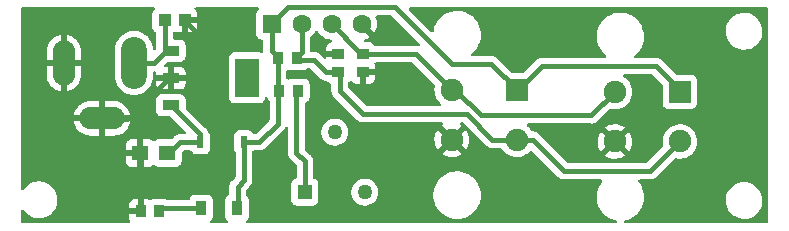
<source format=gbr>
%TF.GenerationSoftware,KiCad,Pcbnew,(6.0.6)*%
%TF.CreationDate,2022-09-08T14:41:24-07:00*%
%TF.ProjectId,L0003-Wheatstone-Bridge,4c303030-332d-4576-9865-617473746f6e,rev?*%
%TF.SameCoordinates,Original*%
%TF.FileFunction,Copper,L1,Top*%
%TF.FilePolarity,Positive*%
%FSLAX46Y46*%
G04 Gerber Fmt 4.6, Leading zero omitted, Abs format (unit mm)*
G04 Created by KiCad (PCBNEW (6.0.6)) date 2022-09-08 14:41:24*
%MOMM*%
%LPD*%
G01*
G04 APERTURE LIST*
%TA.AperFunction,SMDPad,CuDef*%
%ADD10R,2.032000X3.302000*%
%TD*%
%TA.AperFunction,SMDPad,CuDef*%
%ADD11R,1.473200X0.889000*%
%TD*%
%TA.AperFunction,ComponentPad*%
%ADD12R,1.900000X1.900000*%
%TD*%
%TA.AperFunction,ComponentPad*%
%ADD13C,1.900000*%
%TD*%
%TA.AperFunction,SMDPad,CuDef*%
%ADD14R,0.965200X1.295400*%
%TD*%
%TA.AperFunction,SMDPad,CuDef*%
%ADD15R,0.940000X1.020000*%
%TD*%
%TA.AperFunction,SMDPad,CuDef*%
%ADD16R,1.020000X0.940000*%
%TD*%
%TA.AperFunction,ComponentPad*%
%ADD17R,1.268000X1.268000*%
%TD*%
%TA.AperFunction,ComponentPad*%
%ADD18C,1.268000*%
%TD*%
%TA.AperFunction,ComponentPad*%
%ADD19O,2.200000X4.400000*%
%TD*%
%TA.AperFunction,ComponentPad*%
%ADD20O,1.900000X3.800000*%
%TD*%
%TA.AperFunction,ComponentPad*%
%ADD21O,3.800000X1.900000*%
%TD*%
%TA.AperFunction,SMDPad,CuDef*%
%ADD22R,1.405349X1.299997*%
%TD*%
%TA.AperFunction,SMDPad,CuDef*%
%ADD23R,1.100000X1.000000*%
%TD*%
%TA.AperFunction,SMDPad,CuDef*%
%ADD24R,0.584200X1.041400*%
%TD*%
%TA.AperFunction,ComponentPad*%
%ADD25R,1.605000X1.605000*%
%TD*%
%TA.AperFunction,ComponentPad*%
%ADD26C,1.605000*%
%TD*%
%TA.AperFunction,ViaPad*%
%ADD27C,0.800000*%
%TD*%
%TA.AperFunction,Conductor*%
%ADD28C,0.381000*%
%TD*%
G04 APERTURE END LIST*
D10*
%TO.P,U1,*%
%TO.N,*%
X114884200Y-82677000D03*
D11*
%TO.P,U1,1,VI*%
%TO.N,Net-(C1-Pad1)*%
X108440200Y-80402400D03*
%TO.P,U1,2,GND*%
%TO.N,Earth*%
X108440200Y-82702400D03*
%TO.P,U1,3,VO*%
%TO.N,Net-(C2-Pad1)*%
X108440200Y-85002400D03*
%TD*%
D12*
%TO.P,P4,1,+12V*%
%TO.N,+5V*%
X137717606Y-83718705D03*
D13*
%TO.P,P4,2,GND*%
%TO.N,Vout+*%
X137717606Y-87918704D03*
%TO.P,P4,3,3*%
%TO.N,Vout-*%
X132217607Y-83718705D03*
%TO.P,P4,4,4*%
%TO.N,Earth*%
X132217607Y-87918704D03*
%TD*%
D12*
%TO.P,P3,1,+12V*%
%TO.N,+5V*%
X151535206Y-83871105D03*
D13*
%TO.P,P3,2,GND*%
%TO.N,Vout+*%
X151535206Y-88071104D03*
%TO.P,P3,3,3*%
%TO.N,Vout-*%
X146035207Y-83871105D03*
%TO.P,P3,4,4*%
%TO.N,Earth*%
X146035207Y-88071104D03*
%TD*%
D14*
%TO.P,D1,1,1*%
%TO.N,Net-(D1-Pad1)*%
X110998000Y-93726000D03*
%TO.P,D1,2,2*%
%TO.N,+5V*%
X114046000Y-93726000D03*
%TD*%
D15*
%TO.P,R6,1*%
%TO.N,Net-(R2-Pad1)*%
X119204800Y-83769200D03*
%TO.P,R6,2*%
%TO.N,+5V*%
X117624800Y-83769200D03*
%TD*%
D16*
%TO.P,R5,1*%
%TO.N,Earth*%
X122631200Y-80642400D03*
%TO.P,R5,2*%
%TO.N,Vout+*%
X122631200Y-82222400D03*
%TD*%
D15*
%TO.P,R4,1*%
%TO.N,Vout+*%
X119103200Y-81026000D03*
%TO.P,R4,2*%
%TO.N,+5V*%
X117523200Y-81026000D03*
%TD*%
D16*
%TO.P,R3,1*%
%TO.N,Earth*%
X124714000Y-82222400D03*
%TO.P,R3,2*%
%TO.N,Vout-*%
X124714000Y-80642400D03*
%TD*%
D17*
%TO.P,R2,1*%
%TO.N,Net-(R2-Pad1)*%
X119786400Y-92354400D03*
D18*
%TO.P,R2,2*%
%TO.N,Vout-*%
X122326400Y-87274400D03*
%TO.P,R2,3,3*%
%TO.N,unconnected-(R2-Pad3)*%
X124866400Y-92354400D03*
%TD*%
D15*
%TO.P,R1,1*%
%TO.N,Earth*%
X105890000Y-93980000D03*
%TO.P,R1,2*%
%TO.N,Net-(D1-Pad1)*%
X107470000Y-93980000D03*
%TD*%
D19*
%TO.P,P1,1*%
%TO.N,Net-(C1-Pad1)*%
X105328500Y-81422000D03*
D20*
%TO.P,P1,2*%
%TO.N,Earth*%
X99373500Y-81422000D03*
D21*
%TO.P,P1,3,MountPin*%
X102623500Y-86112000D03*
%TD*%
D22*
%TO.P,C2,1*%
%TO.N,Net-(C2-Pad1)*%
X108134522Y-89052400D03*
%TO.P,C2,2*%
%TO.N,Earth*%
X105835078Y-89052400D03*
%TD*%
D23*
%TO.P,C1,1*%
%TO.N,Net-(C1-Pad1)*%
X107912800Y-77825600D03*
%TO.P,C1,2*%
%TO.N,Earth*%
X109612800Y-77825600D03*
%TD*%
D24*
%TO.P,D2,1*%
%TO.N,+5V*%
X114617500Y-88138000D03*
%TO.P,D2,2*%
%TO.N,Net-(C2-Pad1)*%
X110934500Y-88138000D03*
%TD*%
D25*
%TO.P,P2,1,1*%
%TO.N,+5V*%
X116965100Y-78130400D03*
D26*
%TO.P,P2,2,2*%
%TO.N,Vout+*%
X119505100Y-78130400D03*
%TO.P,P2,3,3*%
%TO.N,Vout-*%
X122045100Y-78130400D03*
%TO.P,P2,4,4*%
%TO.N,Earth*%
X124585100Y-78130400D03*
%TD*%
D27*
%TO.N,Earth*%
X125222000Y-84074000D03*
X120904000Y-80060800D03*
%TD*%
D28*
%TO.N,Vout+*%
X149029899Y-90576400D02*
X141732000Y-90576400D01*
X137717600Y-87918699D02*
X139074299Y-87918699D01*
X139074299Y-87918699D02*
X141732000Y-90576400D01*
X151535200Y-88071099D02*
X149029899Y-90576400D01*
%TO.N,+5V*%
X151535200Y-83871100D02*
X151535200Y-83717200D01*
X139852400Y-81686400D02*
X137769600Y-83769200D01*
X151535200Y-83717200D02*
X149504400Y-81686400D01*
X149504400Y-81686400D02*
X139852400Y-81686400D01*
%TO.N,Vout-*%
X146035201Y-83871100D02*
X144054301Y-85852000D01*
X144054301Y-85852000D02*
X134670800Y-85852000D01*
X134670800Y-85852000D02*
X132588000Y-83769200D01*
%TO.N,Earth*%
X124714000Y-82222400D02*
X124714000Y-83566000D01*
X124714000Y-83566000D02*
X125222000Y-84074000D01*
X122631200Y-80642400D02*
X121485600Y-80642400D01*
X121485600Y-80642400D02*
X120904000Y-80060800D01*
X110490000Y-81838800D02*
X110490000Y-78689200D01*
X108440200Y-82702400D02*
X109626400Y-82702400D01*
X109626400Y-82702400D02*
X110490000Y-81838800D01*
X110490000Y-78689200D02*
X109982000Y-78181200D01*
X105835078Y-86226278D02*
X105835078Y-85122122D01*
X105835078Y-85122122D02*
X108254800Y-82702400D01*
X108254800Y-82702400D02*
X108440200Y-82702400D01*
X105835078Y-89052400D02*
X105835078Y-86226278D01*
X105835078Y-86226278D02*
X105714800Y-86106000D01*
X105714800Y-86106000D02*
X102717600Y-86106000D01*
X108440200Y-82702400D02*
X108153200Y-82702400D01*
X104698800Y-86156800D02*
X102717600Y-86156800D01*
X105890000Y-93980000D02*
X105890000Y-89278400D01*
%TO.N,Vout+*%
X137717600Y-87918699D02*
X135670699Y-87918699D01*
X135670699Y-87918699D02*
X133502400Y-85750400D01*
X133502400Y-85750400D02*
X124714000Y-85750400D01*
X124714000Y-85750400D02*
X122732800Y-83769200D01*
X122732800Y-83769200D02*
X122732800Y-82245200D01*
%TO.N,+5V*%
X137717600Y-83718700D02*
X137717600Y-83666400D01*
X137717600Y-83666400D02*
X135585200Y-81534000D01*
X132232400Y-81534000D02*
X127406400Y-76708000D01*
X135585200Y-81534000D02*
X132232400Y-81534000D01*
X127406400Y-76708000D02*
X118364000Y-76708000D01*
X118364000Y-76708000D02*
X117094000Y-77978000D01*
X117523200Y-81048800D02*
X117523200Y-82522000D01*
X117523200Y-82522000D02*
X117523200Y-83588800D01*
%TO.N,Vout-*%
X129169301Y-80670400D02*
X124815600Y-80670400D01*
X132217601Y-83718700D02*
X129169301Y-80670400D01*
X122045100Y-78130400D02*
X124381900Y-80467200D01*
X124381900Y-80467200D02*
X124409200Y-80467200D01*
%TO.N,Vout+*%
X122631200Y-82222400D02*
X121592400Y-82222400D01*
X121592400Y-82222400D02*
X120548400Y-81178400D01*
X120548400Y-81178400D02*
X119176800Y-81178400D01*
%TO.N,Net-(R2-Pad1)*%
X119075200Y-89052400D02*
X119075200Y-83769200D01*
%TO.N,+5V*%
X117500400Y-86563200D02*
X117500400Y-83718400D01*
X117500400Y-83718400D02*
X117551200Y-83667600D01*
X117398800Y-80924400D02*
X117523200Y-81048800D01*
X117523200Y-83588800D02*
X117551200Y-83616800D01*
%TO.N,Net-(R2-Pad1)*%
X119786400Y-92354400D02*
X119786400Y-89763600D01*
X119786400Y-89763600D02*
X119075200Y-89052400D01*
%TO.N,Vout+*%
X119505100Y-78130400D02*
X119505100Y-80494500D01*
X119505100Y-80494500D02*
X119024400Y-80975200D01*
%TO.N,+5V*%
X116965100Y-78130400D02*
X116965100Y-80389100D01*
X116965100Y-80389100D02*
X117246400Y-80670400D01*
X115925600Y-88138000D02*
X117500400Y-86563200D01*
X114617500Y-88138000D02*
X115925600Y-88138000D01*
%TO.N,Net-(D1-Pad1)*%
X110998000Y-93726000D02*
X107543600Y-93726000D01*
%TO.N,+5V*%
X114617500Y-88138000D02*
X114617500Y-91376500D01*
X114617500Y-91376500D02*
X114096800Y-91897200D01*
X114096800Y-91897200D02*
X114096800Y-93675200D01*
%TO.N,Net-(C2-Pad1)*%
X110934500Y-88138000D02*
X109220000Y-88138000D01*
X109220000Y-88138000D02*
X108559600Y-88798400D01*
X108440200Y-85002400D02*
X110896400Y-87458600D01*
X110896400Y-87458600D02*
X110896400Y-88036400D01*
%TO.N,Net-(C1-Pad1)*%
X107912800Y-77825600D02*
X107912800Y-80023600D01*
X107912800Y-80023600D02*
X108204000Y-80314800D01*
X105328500Y-81422000D02*
X107046000Y-81422000D01*
X107046000Y-81422000D02*
X107899200Y-80568800D01*
%TD*%
%TA.AperFunction,Conductor*%
%TO.N,Earth*%
G36*
X120274796Y-81897402D02*
G01*
X120295770Y-81914305D01*
X121077903Y-82696438D01*
X121083756Y-82702703D01*
X121121242Y-82745674D01*
X121130061Y-82751872D01*
X121172778Y-82781894D01*
X121178074Y-82785827D01*
X121221663Y-82820006D01*
X121221666Y-82820008D01*
X121227640Y-82824692D01*
X121234564Y-82827818D01*
X121237599Y-82829656D01*
X121250298Y-82836900D01*
X121253446Y-82838588D01*
X121259661Y-82842956D01*
X121318350Y-82865838D01*
X121324395Y-82868378D01*
X121381835Y-82894313D01*
X121389308Y-82895698D01*
X121392726Y-82896769D01*
X121406715Y-82900754D01*
X121410207Y-82901651D01*
X121417289Y-82904412D01*
X121424822Y-82905404D01*
X121424823Y-82905404D01*
X121479730Y-82912633D01*
X121486243Y-82913665D01*
X121540718Y-82923761D01*
X121540720Y-82923761D01*
X121548187Y-82925145D01*
X121555766Y-82924708D01*
X121555767Y-82924708D01*
X121560496Y-82924435D01*
X121587967Y-82922851D01*
X121657125Y-82938898D01*
X121696045Y-82973076D01*
X121757939Y-83055661D01*
X121874495Y-83143015D01*
X121882903Y-83146167D01*
X121952030Y-83172082D01*
X122008794Y-83214724D01*
X122033494Y-83281286D01*
X122033800Y-83290064D01*
X122033800Y-83740601D01*
X122033508Y-83749171D01*
X122030319Y-83795950D01*
X122029630Y-83806052D01*
X122030935Y-83813528D01*
X122030935Y-83813532D01*
X122040463Y-83868124D01*
X122041426Y-83874649D01*
X122046579Y-83917226D01*
X122048991Y-83937160D01*
X122051675Y-83944262D01*
X122052519Y-83947700D01*
X122056383Y-83961823D01*
X122057413Y-83965234D01*
X122058719Y-83972717D01*
X122061772Y-83979672D01*
X122084039Y-84030398D01*
X122086530Y-84036504D01*
X122108794Y-84095422D01*
X122113093Y-84101677D01*
X122114735Y-84104818D01*
X122121833Y-84117572D01*
X122123670Y-84120678D01*
X122126723Y-84127633D01*
X122131348Y-84133660D01*
X122131350Y-84133664D01*
X122165065Y-84177602D01*
X122168929Y-84182920D01*
X122204621Y-84234852D01*
X122210291Y-84239904D01*
X122210292Y-84239905D01*
X122250488Y-84275718D01*
X122255764Y-84280699D01*
X124199503Y-86224438D01*
X124205356Y-86230703D01*
X124242842Y-86273674D01*
X124249056Y-86278041D01*
X124294378Y-86309894D01*
X124299674Y-86313827D01*
X124343263Y-86348006D01*
X124343266Y-86348008D01*
X124349240Y-86352692D01*
X124356164Y-86355818D01*
X124359199Y-86357656D01*
X124371898Y-86364900D01*
X124375046Y-86366588D01*
X124381261Y-86370956D01*
X124439950Y-86393838D01*
X124445995Y-86396378D01*
X124503435Y-86422313D01*
X124510908Y-86423698D01*
X124514326Y-86424769D01*
X124528315Y-86428754D01*
X124531807Y-86429651D01*
X124538889Y-86432412D01*
X124546422Y-86433404D01*
X124546423Y-86433404D01*
X124601330Y-86440633D01*
X124607843Y-86441665D01*
X124662318Y-86451761D01*
X124662320Y-86451761D01*
X124669787Y-86453145D01*
X124677367Y-86452708D01*
X124677368Y-86452708D01*
X124731112Y-86449609D01*
X124738365Y-86449400D01*
X131369609Y-86449400D01*
X131437730Y-86469402D01*
X131484223Y-86523058D01*
X131494327Y-86593332D01*
X131464833Y-86657912D01*
X131436749Y-86682022D01*
X131433872Y-86683834D01*
X131395855Y-86712378D01*
X131387402Y-86723703D01*
X131394147Y-86736034D01*
X132204795Y-87546682D01*
X132218739Y-87554296D01*
X132220572Y-87554165D01*
X132227187Y-87549914D01*
X133042197Y-86734904D01*
X133049218Y-86722047D01*
X133041445Y-86711380D01*
X133031274Y-86703347D01*
X133022699Y-86697650D01*
X133001068Y-86685709D01*
X132951098Y-86635276D01*
X132936326Y-86565833D01*
X132961442Y-86499428D01*
X133018473Y-86457143D01*
X133061962Y-86449400D01*
X133160675Y-86449400D01*
X133228796Y-86469402D01*
X133249770Y-86486305D01*
X135156202Y-88392737D01*
X135162055Y-88399002D01*
X135199541Y-88441973D01*
X135227909Y-88461910D01*
X135251077Y-88478193D01*
X135256373Y-88482126D01*
X135299962Y-88516305D01*
X135299965Y-88516307D01*
X135305939Y-88520991D01*
X135312863Y-88524117D01*
X135315898Y-88525955D01*
X135328597Y-88533199D01*
X135331745Y-88534887D01*
X135337960Y-88539255D01*
X135396649Y-88562137D01*
X135402694Y-88564677D01*
X135460134Y-88590612D01*
X135467607Y-88591997D01*
X135471025Y-88593068D01*
X135485014Y-88597053D01*
X135488506Y-88597950D01*
X135495588Y-88600711D01*
X135503121Y-88601703D01*
X135503122Y-88601703D01*
X135558029Y-88608932D01*
X135564542Y-88609964D01*
X135619017Y-88620060D01*
X135619019Y-88620060D01*
X135626486Y-88621444D01*
X135634066Y-88621007D01*
X135634067Y-88621007D01*
X135687811Y-88617908D01*
X135695064Y-88617699D01*
X136364726Y-88617699D01*
X136432847Y-88637701D01*
X136472159Y-88677864D01*
X136536620Y-88783055D01*
X136540004Y-88786961D01*
X136540005Y-88786963D01*
X136561763Y-88812081D01*
X136693649Y-88964334D01*
X136800484Y-89053030D01*
X136868280Y-89109315D01*
X136878177Y-89117532D01*
X137085249Y-89238535D01*
X137309303Y-89324093D01*
X137314369Y-89325124D01*
X137314370Y-89325124D01*
X137340637Y-89330468D01*
X137544322Y-89371908D01*
X137679870Y-89376878D01*
X137778831Y-89380507D01*
X137778835Y-89380507D01*
X137783995Y-89380696D01*
X137789115Y-89380040D01*
X137789117Y-89380040D01*
X138016757Y-89350879D01*
X138016758Y-89350879D01*
X138021885Y-89350222D01*
X138028475Y-89348245D01*
X138246648Y-89282790D01*
X138246653Y-89282788D01*
X138251603Y-89281303D01*
X138466980Y-89175791D01*
X138471185Y-89172791D01*
X138471191Y-89172788D01*
X138577817Y-89096732D01*
X138662233Y-89036519D01*
X138832117Y-88867227D01*
X138835137Y-88863024D01*
X138836269Y-88861694D01*
X138895650Y-88822778D01*
X138966644Y-88822144D01*
X139021322Y-88854257D01*
X141217503Y-91050438D01*
X141223356Y-91056703D01*
X141260842Y-91099674D01*
X141281708Y-91114339D01*
X141312378Y-91135894D01*
X141317674Y-91139827D01*
X141361263Y-91174006D01*
X141361266Y-91174008D01*
X141367240Y-91178692D01*
X141374164Y-91181818D01*
X141377199Y-91183656D01*
X141389898Y-91190900D01*
X141393046Y-91192588D01*
X141399261Y-91196956D01*
X141457950Y-91219838D01*
X141463995Y-91222378D01*
X141521435Y-91248313D01*
X141528908Y-91249698D01*
X141532326Y-91250769D01*
X141546315Y-91254754D01*
X141549807Y-91255651D01*
X141556889Y-91258412D01*
X141564422Y-91259404D01*
X141564423Y-91259404D01*
X141619330Y-91266633D01*
X141625843Y-91267665D01*
X141680318Y-91277761D01*
X141680320Y-91277761D01*
X141687787Y-91279145D01*
X141695367Y-91278708D01*
X141695368Y-91278708D01*
X141749112Y-91275609D01*
X141756365Y-91275400D01*
X144856599Y-91275400D01*
X144924720Y-91295402D01*
X144971213Y-91349058D01*
X144981317Y-91419332D01*
X144955888Y-91478973D01*
X144889001Y-91564585D01*
X144826018Y-91645199D01*
X144773558Y-91736062D01*
X144699436Y-91864446D01*
X144685570Y-91888462D01*
X144683920Y-91892546D01*
X144683917Y-91892552D01*
X144665544Y-91938028D01*
X144580345Y-92148904D01*
X144579281Y-92153173D01*
X144579280Y-92153175D01*
X144514137Y-92414450D01*
X144512390Y-92421456D01*
X144511931Y-92425824D01*
X144511930Y-92425829D01*
X144485128Y-92680844D01*
X144483029Y-92700813D01*
X144483182Y-92705201D01*
X144483182Y-92705207D01*
X144492623Y-92975548D01*
X144492832Y-92981538D01*
X144493594Y-92985861D01*
X144493595Y-92985868D01*
X144517276Y-93120168D01*
X144541609Y-93258167D01*
X144542964Y-93262338D01*
X144542966Y-93262345D01*
X144577531Y-93368725D01*
X144628410Y-93525314D01*
X144751547Y-93777782D01*
X144754002Y-93781421D01*
X144754005Y-93781427D01*
X144906162Y-94007009D01*
X144906167Y-94007016D01*
X144908622Y-94010655D01*
X145096578Y-94219402D01*
X145149079Y-94263455D01*
X145308386Y-94397130D01*
X145308391Y-94397134D01*
X145311757Y-94399958D01*
X145549970Y-94548810D01*
X145806581Y-94663061D01*
X145810809Y-94664273D01*
X145810808Y-94664273D01*
X146034088Y-94728297D01*
X146076596Y-94740486D01*
X146080946Y-94741097D01*
X146080949Y-94741098D01*
X146106765Y-94744726D01*
X146171439Y-94774014D01*
X146210012Y-94833618D01*
X146210237Y-94904615D01*
X146172043Y-94964462D01*
X146107556Y-94994160D01*
X146089229Y-94995500D01*
X114925112Y-94995500D01*
X114856991Y-94975498D01*
X114810498Y-94921842D01*
X114800394Y-94851568D01*
X114829888Y-94786988D01*
X114849544Y-94768676D01*
X114891861Y-94736961D01*
X114979215Y-94620405D01*
X115030345Y-94484016D01*
X115037100Y-94421834D01*
X115037100Y-93030166D01*
X115030345Y-92967984D01*
X114979215Y-92831595D01*
X114891861Y-92715039D01*
X114872880Y-92700813D01*
X114846235Y-92680844D01*
X114803720Y-92623985D01*
X114795800Y-92580018D01*
X114795800Y-92238925D01*
X114815802Y-92170804D01*
X114832705Y-92149830D01*
X115091538Y-91890997D01*
X115097804Y-91885143D01*
X115098378Y-91884642D01*
X115140774Y-91847658D01*
X115176994Y-91796122D01*
X115180927Y-91790826D01*
X115215106Y-91747237D01*
X115215108Y-91747234D01*
X115219792Y-91741260D01*
X115222918Y-91734336D01*
X115224756Y-91731301D01*
X115232000Y-91718602D01*
X115233688Y-91715454D01*
X115238056Y-91709239D01*
X115260938Y-91650550D01*
X115263478Y-91644505D01*
X115289413Y-91587065D01*
X115290798Y-91579592D01*
X115291869Y-91576174D01*
X115295854Y-91562185D01*
X115296751Y-91558693D01*
X115299512Y-91551611D01*
X115305104Y-91509140D01*
X115307733Y-91489170D01*
X115308765Y-91482657D01*
X115318861Y-91428182D01*
X115318861Y-91428180D01*
X115320245Y-91420713D01*
X115316709Y-91359387D01*
X115316500Y-91352135D01*
X115316500Y-89005709D01*
X115336502Y-88937588D01*
X115341674Y-88930144D01*
X115354829Y-88912591D01*
X115360215Y-88905405D01*
X115361875Y-88900978D01*
X115410621Y-88852344D01*
X115470880Y-88837000D01*
X115897001Y-88837000D01*
X115905571Y-88837292D01*
X115954877Y-88840654D01*
X115954881Y-88840654D01*
X115962452Y-88841170D01*
X115969928Y-88839865D01*
X115969932Y-88839865D01*
X116024524Y-88830337D01*
X116031049Y-88829374D01*
X116086018Y-88822722D01*
X116086020Y-88822721D01*
X116093560Y-88821809D01*
X116100662Y-88819125D01*
X116104100Y-88818281D01*
X116118223Y-88814417D01*
X116121634Y-88813387D01*
X116129117Y-88812081D01*
X116186797Y-88786761D01*
X116192904Y-88784270D01*
X116244717Y-88764691D01*
X116244718Y-88764690D01*
X116251822Y-88762006D01*
X116258077Y-88757707D01*
X116261218Y-88756065D01*
X116273972Y-88748967D01*
X116277078Y-88747130D01*
X116284033Y-88744077D01*
X116290060Y-88739452D01*
X116290064Y-88739450D01*
X116334002Y-88705735D01*
X116339320Y-88701871D01*
X116391252Y-88666179D01*
X116432135Y-88620293D01*
X116437098Y-88615037D01*
X117974446Y-87077690D01*
X117980712Y-87071836D01*
X118017947Y-87039354D01*
X118023674Y-87034358D01*
X118059898Y-86982817D01*
X118063823Y-86977532D01*
X118098007Y-86933935D01*
X118102692Y-86927960D01*
X118105816Y-86921042D01*
X118107645Y-86918021D01*
X118114900Y-86905302D01*
X118116588Y-86902154D01*
X118120956Y-86895939D01*
X118132807Y-86865542D01*
X118176187Y-86809340D01*
X118243066Y-86785513D01*
X118312210Y-86801626D01*
X118361666Y-86852563D01*
X118376200Y-86911311D01*
X118376200Y-89023801D01*
X118375908Y-89032371D01*
X118374500Y-89053030D01*
X118372030Y-89089252D01*
X118373335Y-89096728D01*
X118373335Y-89096732D01*
X118382863Y-89151324D01*
X118383826Y-89157849D01*
X118385998Y-89175791D01*
X118391391Y-89220360D01*
X118394075Y-89227462D01*
X118394919Y-89230900D01*
X118398783Y-89245023D01*
X118399813Y-89248434D01*
X118401119Y-89255917D01*
X118404172Y-89262872D01*
X118426439Y-89313598D01*
X118428930Y-89319704D01*
X118441354Y-89352581D01*
X118451194Y-89378622D01*
X118455493Y-89384877D01*
X118457135Y-89388018D01*
X118464233Y-89400772D01*
X118466070Y-89403878D01*
X118469123Y-89410833D01*
X118473748Y-89416860D01*
X118473750Y-89416864D01*
X118507465Y-89460802D01*
X118511329Y-89466120D01*
X118547021Y-89518052D01*
X118592897Y-89558926D01*
X118598155Y-89563890D01*
X119050496Y-90016232D01*
X119084521Y-90078544D01*
X119087400Y-90105327D01*
X119087400Y-91114339D01*
X119067398Y-91182460D01*
X119013742Y-91228953D01*
X119005630Y-91232321D01*
X118905695Y-91269785D01*
X118789139Y-91357139D01*
X118701785Y-91473695D01*
X118650655Y-91610084D01*
X118643900Y-91672266D01*
X118643900Y-93036534D01*
X118650655Y-93098716D01*
X118701785Y-93235105D01*
X118789139Y-93351661D01*
X118905695Y-93439015D01*
X119042084Y-93490145D01*
X119104266Y-93496900D01*
X120468534Y-93496900D01*
X120530716Y-93490145D01*
X120667105Y-93439015D01*
X120783661Y-93351661D01*
X120871015Y-93235105D01*
X120922145Y-93098716D01*
X120928900Y-93036534D01*
X120928900Y-92324365D01*
X123719398Y-92324365D01*
X123733131Y-92533892D01*
X123734552Y-92539488D01*
X123734553Y-92539493D01*
X123770452Y-92680844D01*
X123784818Y-92737408D01*
X123872727Y-92928097D01*
X123993914Y-93099573D01*
X123998048Y-93103600D01*
X124133042Y-93235105D01*
X124144321Y-93246093D01*
X124149117Y-93249298D01*
X124149120Y-93249300D01*
X124219471Y-93296307D01*
X124318910Y-93362750D01*
X124324213Y-93365028D01*
X124324216Y-93365030D01*
X124496422Y-93439015D01*
X124511835Y-93445637D01*
X124579645Y-93460981D01*
X124710999Y-93490704D01*
X124711002Y-93490704D01*
X124716635Y-93491979D01*
X124722406Y-93492206D01*
X124722408Y-93492206D01*
X124785061Y-93494668D01*
X124926450Y-93500223D01*
X124932159Y-93499395D01*
X124932163Y-93499395D01*
X125128539Y-93470921D01*
X125128543Y-93470920D01*
X125134254Y-93470092D01*
X125333088Y-93402597D01*
X125516292Y-93299998D01*
X125677731Y-93165731D01*
X125799445Y-93019385D01*
X125808307Y-93008730D01*
X125811998Y-93004292D01*
X125914597Y-92821088D01*
X125982092Y-92622254D01*
X125988482Y-92578188D01*
X125992799Y-92548413D01*
X130665429Y-92548413D01*
X130665582Y-92552801D01*
X130665582Y-92552807D01*
X130675067Y-92824409D01*
X130675232Y-92829138D01*
X130675994Y-92833461D01*
X130675995Y-92833468D01*
X130699714Y-92967984D01*
X130724009Y-93105767D01*
X130725364Y-93109938D01*
X130725366Y-93109945D01*
X130774631Y-93261567D01*
X130810810Y-93372914D01*
X130812738Y-93376867D01*
X130812740Y-93376872D01*
X130844587Y-93442167D01*
X130933947Y-93625382D01*
X130936402Y-93629021D01*
X130936405Y-93629027D01*
X131088562Y-93854609D01*
X131088567Y-93854616D01*
X131091022Y-93858255D01*
X131278978Y-94067002D01*
X131327838Y-94108000D01*
X131490786Y-94244730D01*
X131490791Y-94244734D01*
X131494157Y-94247558D01*
X131732370Y-94396410D01*
X131870739Y-94458016D01*
X131980242Y-94506770D01*
X131988981Y-94510661D01*
X132084791Y-94538134D01*
X132207208Y-94573236D01*
X132258996Y-94588086D01*
X132263346Y-94588697D01*
X132263349Y-94588698D01*
X132346017Y-94600316D01*
X132537158Y-94627179D01*
X132747752Y-94627179D01*
X132749938Y-94627026D01*
X132749942Y-94627026D01*
X132953433Y-94612797D01*
X132953438Y-94612796D01*
X132957818Y-94612490D01*
X133232575Y-94554088D01*
X133236704Y-94552585D01*
X133236708Y-94552584D01*
X133492386Y-94459525D01*
X133492390Y-94459523D01*
X133496531Y-94458016D01*
X133500421Y-94455948D01*
X133500427Y-94455945D01*
X133740656Y-94328213D01*
X133740662Y-94328209D01*
X133744548Y-94326143D01*
X133748108Y-94323556D01*
X133748112Y-94323554D01*
X133968234Y-94163626D01*
X133968237Y-94163624D01*
X133971797Y-94161037D01*
X133974964Y-94157979D01*
X134170695Y-93968964D01*
X134170698Y-93968960D01*
X134173857Y-93965910D01*
X134177021Y-93961861D01*
X134344086Y-93748027D01*
X134346794Y-93744561D01*
X134453456Y-93559817D01*
X134485037Y-93505118D01*
X134485040Y-93505113D01*
X134487242Y-93501298D01*
X134488892Y-93497214D01*
X134488895Y-93497208D01*
X134585473Y-93258167D01*
X134592467Y-93240856D01*
X134595997Y-93226697D01*
X134659358Y-92972573D01*
X134659359Y-92972568D01*
X134660422Y-92968304D01*
X134661085Y-92962001D01*
X134689324Y-92693316D01*
X134689324Y-92693313D01*
X134689783Y-92688947D01*
X134689500Y-92680844D01*
X134680134Y-92412619D01*
X134680133Y-92412613D01*
X134679980Y-92408222D01*
X134675997Y-92385630D01*
X134638117Y-92170804D01*
X134631203Y-92131593D01*
X134629848Y-92127422D01*
X134629846Y-92127415D01*
X134545763Y-91868635D01*
X134544402Y-91864446D01*
X134537241Y-91849762D01*
X134478644Y-91729623D01*
X134421265Y-91611978D01*
X134418810Y-91608339D01*
X134418807Y-91608333D01*
X134266650Y-91382751D01*
X134266645Y-91382744D01*
X134264190Y-91379105D01*
X134076234Y-91170358D01*
X133976850Y-91086965D01*
X133864426Y-90992630D01*
X133864421Y-90992626D01*
X133861055Y-90989802D01*
X133622842Y-90840950D01*
X133366231Y-90726699D01*
X133096216Y-90649274D01*
X133091866Y-90648663D01*
X133091863Y-90648662D01*
X132988916Y-90634194D01*
X132818054Y-90610181D01*
X132607460Y-90610181D01*
X132605274Y-90610334D01*
X132605270Y-90610334D01*
X132401779Y-90624563D01*
X132401774Y-90624564D01*
X132397394Y-90624870D01*
X132122637Y-90683272D01*
X132118508Y-90684775D01*
X132118504Y-90684776D01*
X131862826Y-90777835D01*
X131862822Y-90777837D01*
X131858681Y-90779344D01*
X131854791Y-90781412D01*
X131854785Y-90781415D01*
X131614556Y-90909147D01*
X131614550Y-90909151D01*
X131610664Y-90911217D01*
X131607104Y-90913804D01*
X131607100Y-90913806D01*
X131410418Y-91056704D01*
X131383415Y-91076323D01*
X131380251Y-91079379D01*
X131380248Y-91079381D01*
X131184517Y-91268396D01*
X131184514Y-91268400D01*
X131181355Y-91271450D01*
X131178649Y-91274914D01*
X131178645Y-91274918D01*
X131094397Y-91382751D01*
X131008418Y-91492799D01*
X130939610Y-91611978D01*
X130870719Y-91731301D01*
X130867970Y-91736062D01*
X130866320Y-91740146D01*
X130866317Y-91740152D01*
X130806600Y-91887959D01*
X130762745Y-91996504D01*
X130761681Y-92000773D01*
X130761680Y-92000775D01*
X130702303Y-92238925D01*
X130694790Y-92269056D01*
X130694331Y-92273424D01*
X130694330Y-92273429D01*
X130665888Y-92544044D01*
X130665429Y-92548413D01*
X125992799Y-92548413D01*
X126011691Y-92418120D01*
X126011691Y-92418118D01*
X126012223Y-92414450D01*
X126013795Y-92354400D01*
X125994582Y-92145304D01*
X125991935Y-92135916D01*
X125951465Y-91992423D01*
X125937586Y-91943210D01*
X125935033Y-91938033D01*
X125935031Y-91938028D01*
X125847269Y-91760067D01*
X125844715Y-91754888D01*
X125762269Y-91644479D01*
X125722534Y-91591267D01*
X125722533Y-91591266D01*
X125719081Y-91586643D01*
X125605991Y-91482103D01*
X125569130Y-91448029D01*
X125569127Y-91448027D01*
X125564890Y-91444110D01*
X125387306Y-91332064D01*
X125192278Y-91254255D01*
X125186610Y-91253128D01*
X125186608Y-91253127D01*
X124992003Y-91214418D01*
X124991999Y-91214418D01*
X124986335Y-91213291D01*
X124980560Y-91213215D01*
X124980556Y-91213215D01*
X124875186Y-91211836D01*
X124776376Y-91210542D01*
X124770679Y-91211521D01*
X124770678Y-91211521D01*
X124575129Y-91245123D01*
X124569432Y-91246102D01*
X124372434Y-91318778D01*
X124367473Y-91321730D01*
X124367472Y-91321730D01*
X124199433Y-91421703D01*
X124191978Y-91426138D01*
X124034109Y-91564585D01*
X123904114Y-91729484D01*
X123901425Y-91734595D01*
X123901423Y-91734598D01*
X123859858Y-91813600D01*
X123806345Y-91915311D01*
X123773517Y-92021035D01*
X123752088Y-92090048D01*
X123744078Y-92115843D01*
X123719398Y-92324365D01*
X120928900Y-92324365D01*
X120928900Y-91672266D01*
X120922145Y-91610084D01*
X120871015Y-91473695D01*
X120783661Y-91357139D01*
X120667105Y-91269785D01*
X120567170Y-91232321D01*
X120510406Y-91189679D01*
X120485706Y-91123118D01*
X120485400Y-91114339D01*
X120485400Y-89792200D01*
X120485692Y-89783629D01*
X120487717Y-89753929D01*
X120489570Y-89726749D01*
X120478734Y-89664665D01*
X120477778Y-89658186D01*
X120470209Y-89595640D01*
X120467525Y-89588538D01*
X120466670Y-89585056D01*
X120462830Y-89571021D01*
X120461789Y-89567573D01*
X120460482Y-89560083D01*
X120457426Y-89553121D01*
X120435163Y-89502405D01*
X120432670Y-89496297D01*
X120413092Y-89444486D01*
X120413092Y-89444485D01*
X120410406Y-89437378D01*
X120406100Y-89431112D01*
X120404450Y-89427957D01*
X120397331Y-89415165D01*
X120395531Y-89412121D01*
X120392478Y-89405167D01*
X120379319Y-89388018D01*
X120354140Y-89355204D01*
X120350262Y-89349867D01*
X120318881Y-89304207D01*
X120318879Y-89304205D01*
X120314579Y-89297948D01*
X120292819Y-89278560D01*
X120268712Y-89257082D01*
X120263436Y-89252101D01*
X120128939Y-89117604D01*
X131383965Y-89117604D01*
X131387268Y-89122264D01*
X131581006Y-89235475D01*
X131590293Y-89239925D01*
X131804613Y-89321766D01*
X131814515Y-89324643D01*
X132039306Y-89370377D01*
X132049558Y-89371600D01*
X132278809Y-89380006D01*
X132289095Y-89379539D01*
X132516650Y-89350388D01*
X132526736Y-89348245D01*
X132746471Y-89282321D01*
X132756066Y-89278560D01*
X132962073Y-89177639D01*
X132970939Y-89172354D01*
X133038552Y-89124125D01*
X133046953Y-89113425D01*
X133039965Y-89100272D01*
X132230419Y-88290726D01*
X132216475Y-88283112D01*
X132214642Y-88283243D01*
X132208027Y-88287494D01*
X131391242Y-89104279D01*
X131383965Y-89117604D01*
X120128939Y-89117604D01*
X119811105Y-88799770D01*
X119777079Y-88737458D01*
X119774200Y-88710675D01*
X119774200Y-87244365D01*
X121179398Y-87244365D01*
X121187671Y-87370595D01*
X121191916Y-87435347D01*
X121193131Y-87453892D01*
X121194552Y-87459488D01*
X121194553Y-87459493D01*
X121240291Y-87639583D01*
X121244818Y-87657408D01*
X121332727Y-87848097D01*
X121453914Y-88019573D01*
X121604321Y-88166093D01*
X121609117Y-88169298D01*
X121609120Y-88169300D01*
X121752649Y-88265203D01*
X121778910Y-88282750D01*
X121784213Y-88285028D01*
X121784216Y-88285030D01*
X121937571Y-88350916D01*
X121971835Y-88365637D01*
X122058396Y-88385224D01*
X122170999Y-88410704D01*
X122171002Y-88410704D01*
X122176635Y-88411979D01*
X122182406Y-88412206D01*
X122182408Y-88412206D01*
X122245061Y-88414668D01*
X122386450Y-88420223D01*
X122392159Y-88419395D01*
X122392163Y-88419395D01*
X122588539Y-88390921D01*
X122588543Y-88390920D01*
X122594254Y-88390092D01*
X122793088Y-88322597D01*
X122976292Y-88219998D01*
X123137731Y-88085731D01*
X123271998Y-87924292D01*
X123292257Y-87888116D01*
X130755344Y-87888116D01*
X130768551Y-88117155D01*
X130769984Y-88127357D01*
X130820417Y-88351146D01*
X130823505Y-88360999D01*
X130909811Y-88573544D01*
X130914459Y-88582745D01*
X131011343Y-88740847D01*
X131021799Y-88750308D01*
X131030577Y-88746524D01*
X131845585Y-87931516D01*
X131851963Y-87919836D01*
X132582015Y-87919836D01*
X132582146Y-87921669D01*
X132586397Y-87928284D01*
X133399737Y-88741624D01*
X133411748Y-88748183D01*
X133423487Y-88739215D01*
X133468619Y-88676406D01*
X133473934Y-88667561D01*
X133575573Y-88461910D01*
X133579372Y-88452315D01*
X133646060Y-88232824D01*
X133648239Y-88222743D01*
X133678420Y-87993493D01*
X133678939Y-87986818D01*
X133680522Y-87922068D01*
X133680328Y-87915351D01*
X133661383Y-87684910D01*
X133659700Y-87674748D01*
X133603811Y-87452243D01*
X133600490Y-87442488D01*
X133509016Y-87232114D01*
X133504138Y-87223016D01*
X133422991Y-87097580D01*
X133412305Y-87088378D01*
X133402740Y-87092781D01*
X132589629Y-87905892D01*
X132582015Y-87919836D01*
X131851963Y-87919836D01*
X131853199Y-87917572D01*
X131853068Y-87915739D01*
X131848817Y-87909124D01*
X131035491Y-87095798D01*
X131023955Y-87089498D01*
X131011672Y-87099122D01*
X130948456Y-87191793D01*
X130943363Y-87200757D01*
X130846770Y-87408849D01*
X130843213Y-87418517D01*
X130781906Y-87639583D01*
X130779975Y-87649703D01*
X130755596Y-87877827D01*
X130755344Y-87888116D01*
X123292257Y-87888116D01*
X123374597Y-87741088D01*
X123442092Y-87542254D01*
X123444670Y-87524479D01*
X123471691Y-87338120D01*
X123471691Y-87338118D01*
X123472223Y-87334450D01*
X123473795Y-87274400D01*
X123454582Y-87065304D01*
X123447264Y-87039354D01*
X123428718Y-86973597D01*
X123397586Y-86863210D01*
X123395033Y-86858033D01*
X123395031Y-86858028D01*
X123307269Y-86680067D01*
X123304715Y-86674888D01*
X123179081Y-86506643D01*
X123046617Y-86384194D01*
X123029130Y-86368029D01*
X123029127Y-86368027D01*
X123024890Y-86364110D01*
X122847306Y-86252064D01*
X122652278Y-86174255D01*
X122646610Y-86173128D01*
X122646608Y-86173127D01*
X122452003Y-86134418D01*
X122451999Y-86134418D01*
X122446335Y-86133291D01*
X122440560Y-86133215D01*
X122440556Y-86133215D01*
X122335186Y-86131836D01*
X122236376Y-86130542D01*
X122230679Y-86131521D01*
X122230678Y-86131521D01*
X122213819Y-86134418D01*
X122029432Y-86166102D01*
X121832434Y-86238778D01*
X121827473Y-86241730D01*
X121827472Y-86241730D01*
X121747017Y-86289596D01*
X121651978Y-86346138D01*
X121494109Y-86484585D01*
X121364114Y-86649484D01*
X121361425Y-86654595D01*
X121361423Y-86654598D01*
X121317164Y-86738720D01*
X121266345Y-86835311D01*
X121242746Y-86911311D01*
X121206469Y-87028143D01*
X121204078Y-87035843D01*
X121179398Y-87244365D01*
X119774200Y-87244365D01*
X119774200Y-84872365D01*
X119794202Y-84804244D01*
X119847858Y-84757751D01*
X119855970Y-84754383D01*
X119913097Y-84732967D01*
X119921505Y-84729815D01*
X120038061Y-84642461D01*
X120125415Y-84525905D01*
X120176545Y-84389516D01*
X120183300Y-84327334D01*
X120183300Y-83211066D01*
X120176545Y-83148884D01*
X120125415Y-83012495D01*
X120038061Y-82895939D01*
X119921505Y-82808585D01*
X119785116Y-82757455D01*
X119722934Y-82750700D01*
X118686666Y-82750700D01*
X118624484Y-82757455D01*
X118607399Y-82763860D01*
X118496499Y-82805434D01*
X118496496Y-82805436D01*
X118488095Y-82808585D01*
X118480913Y-82813968D01*
X118475309Y-82817036D01*
X118405952Y-82832205D01*
X118354292Y-82817037D01*
X118348691Y-82813971D01*
X118341505Y-82808585D01*
X118303970Y-82794514D01*
X118247206Y-82751872D01*
X118222506Y-82685311D01*
X118222200Y-82676532D01*
X118222200Y-82106822D01*
X118242202Y-82038701D01*
X118295858Y-81992208D01*
X118366132Y-81982104D01*
X118392429Y-81988840D01*
X118515482Y-82034971D01*
X118515488Y-82034973D01*
X118522884Y-82037745D01*
X118585066Y-82044500D01*
X119621334Y-82044500D01*
X119683516Y-82037745D01*
X119819905Y-81986615D01*
X119932041Y-81902574D01*
X119998546Y-81877726D01*
X120007605Y-81877400D01*
X120206675Y-81877400D01*
X120274796Y-81897402D01*
G37*
%TD.AperFunction*%
%TA.AperFunction,Conductor*%
G36*
X107028138Y-76728502D02*
G01*
X107074631Y-76782158D01*
X107084735Y-76852432D01*
X107055241Y-76917012D01*
X107035586Y-76935323D01*
X106999539Y-76962339D01*
X106912185Y-77078895D01*
X106861055Y-77215284D01*
X106854300Y-77277466D01*
X106854300Y-78373734D01*
X106861055Y-78435916D01*
X106912185Y-78572305D01*
X106999539Y-78688861D01*
X107116095Y-78776215D01*
X107124504Y-78779367D01*
X107124507Y-78779369D01*
X107132031Y-78782190D01*
X107188795Y-78824832D01*
X107213494Y-78891394D01*
X107213800Y-78900171D01*
X107213800Y-79792879D01*
X107205782Y-79837109D01*
X107201855Y-79847584D01*
X107195100Y-79909766D01*
X107195100Y-80232175D01*
X107175098Y-80300296D01*
X107158195Y-80321270D01*
X107150959Y-80328506D01*
X107088647Y-80362532D01*
X107017832Y-80357467D01*
X106960996Y-80314920D01*
X106936252Y-80249297D01*
X106931812Y-80192879D01*
X106922109Y-80069597D01*
X106920342Y-80062234D01*
X106867033Y-79840186D01*
X106863005Y-79823409D01*
X106855013Y-79804115D01*
X106768011Y-79594072D01*
X106768009Y-79594068D01*
X106766116Y-79589498D01*
X106633828Y-79373624D01*
X106469398Y-79181102D01*
X106276876Y-79016672D01*
X106061002Y-78884384D01*
X106056432Y-78882491D01*
X106056428Y-78882489D01*
X105831664Y-78789389D01*
X105831662Y-78789388D01*
X105827091Y-78787495D01*
X105686982Y-78753858D01*
X105585716Y-78729546D01*
X105585710Y-78729545D01*
X105580903Y-78728391D01*
X105328500Y-78708526D01*
X105076097Y-78728391D01*
X105071290Y-78729545D01*
X105071284Y-78729546D01*
X104970018Y-78753858D01*
X104829909Y-78787495D01*
X104825338Y-78789388D01*
X104825336Y-78789389D01*
X104600572Y-78882489D01*
X104600568Y-78882491D01*
X104595998Y-78884384D01*
X104380124Y-79016672D01*
X104187602Y-79181102D01*
X104023172Y-79373624D01*
X103890884Y-79589498D01*
X103888991Y-79594068D01*
X103888989Y-79594072D01*
X103801987Y-79804115D01*
X103793995Y-79823409D01*
X103789967Y-79840186D01*
X103736659Y-80062234D01*
X103734891Y-80069597D01*
X103730480Y-80125641D01*
X103720275Y-80255310D01*
X103720000Y-80258801D01*
X103720000Y-82585199D01*
X103720193Y-82587648D01*
X103720193Y-82587655D01*
X103722873Y-82621708D01*
X103734891Y-82774403D01*
X103736045Y-82779210D01*
X103736046Y-82779216D01*
X103769338Y-82917888D01*
X103793995Y-83020591D01*
X103795888Y-83025162D01*
X103795889Y-83025164D01*
X103880667Y-83229835D01*
X103890884Y-83254502D01*
X104023172Y-83470376D01*
X104187602Y-83662898D01*
X104380124Y-83827328D01*
X104595998Y-83959616D01*
X104600568Y-83961509D01*
X104600572Y-83961511D01*
X104825336Y-84054611D01*
X104829909Y-84056505D01*
X104906051Y-84074785D01*
X105071284Y-84114454D01*
X105071290Y-84114455D01*
X105076097Y-84115609D01*
X105328500Y-84135474D01*
X105580903Y-84115609D01*
X105585710Y-84114455D01*
X105585716Y-84114454D01*
X105750949Y-84074785D01*
X105827091Y-84056505D01*
X105831664Y-84054611D01*
X106056428Y-83961511D01*
X106056432Y-83961509D01*
X106061002Y-83959616D01*
X106276876Y-83827328D01*
X106469398Y-83662898D01*
X106633828Y-83470376D01*
X106766116Y-83254502D01*
X106776334Y-83229835D01*
X106792184Y-83191569D01*
X107195601Y-83191569D01*
X107195971Y-83198390D01*
X107201495Y-83249252D01*
X107205121Y-83264504D01*
X107250276Y-83384954D01*
X107258814Y-83400549D01*
X107335315Y-83502624D01*
X107347876Y-83515185D01*
X107449951Y-83591686D01*
X107465546Y-83600224D01*
X107585994Y-83645378D01*
X107601249Y-83649005D01*
X107652114Y-83654531D01*
X107658928Y-83654900D01*
X108168085Y-83654900D01*
X108183324Y-83650425D01*
X108184529Y-83649035D01*
X108186200Y-83641352D01*
X108186200Y-83636784D01*
X108694200Y-83636784D01*
X108698675Y-83652023D01*
X108700065Y-83653228D01*
X108707748Y-83654899D01*
X109221469Y-83654899D01*
X109228290Y-83654529D01*
X109279152Y-83649005D01*
X109294404Y-83645379D01*
X109414854Y-83600224D01*
X109430449Y-83591686D01*
X109532524Y-83515185D01*
X109545085Y-83502624D01*
X109621586Y-83400549D01*
X109630124Y-83384954D01*
X109675278Y-83264506D01*
X109678905Y-83249251D01*
X109684431Y-83198386D01*
X109684800Y-83191572D01*
X109684800Y-82974515D01*
X109680325Y-82959276D01*
X109678935Y-82958071D01*
X109671252Y-82956400D01*
X108712315Y-82956400D01*
X108697076Y-82960875D01*
X108695871Y-82962265D01*
X108694200Y-82969948D01*
X108694200Y-83636784D01*
X108186200Y-83636784D01*
X108186200Y-82974515D01*
X108181725Y-82959276D01*
X108180335Y-82958071D01*
X108172652Y-82956400D01*
X107213716Y-82956400D01*
X107198477Y-82960875D01*
X107197272Y-82962265D01*
X107195601Y-82969948D01*
X107195601Y-83191569D01*
X106792184Y-83191569D01*
X106861111Y-83025164D01*
X106861112Y-83025162D01*
X106863005Y-83020591D01*
X106887662Y-82917888D01*
X106920954Y-82779216D01*
X106920955Y-82779210D01*
X106922109Y-82774403D01*
X106934127Y-82621708D01*
X106936807Y-82587655D01*
X106936807Y-82587648D01*
X106937000Y-82585199D01*
X106937000Y-82250109D01*
X106957002Y-82181988D01*
X107010658Y-82135495D01*
X107071571Y-82124401D01*
X107078171Y-82124851D01*
X107144773Y-82149440D01*
X107187509Y-82206134D01*
X107195600Y-82250559D01*
X107195600Y-82430285D01*
X107200075Y-82445524D01*
X107201465Y-82446729D01*
X107209148Y-82448400D01*
X108168085Y-82448400D01*
X108183324Y-82443925D01*
X108184529Y-82442535D01*
X108186200Y-82434852D01*
X108186200Y-82430285D01*
X108694200Y-82430285D01*
X108698675Y-82445524D01*
X108700065Y-82446729D01*
X108707748Y-82448400D01*
X109666684Y-82448400D01*
X109681923Y-82443925D01*
X109683128Y-82442535D01*
X109684799Y-82434852D01*
X109684799Y-82213231D01*
X109684429Y-82206410D01*
X109678905Y-82155548D01*
X109675279Y-82140296D01*
X109630124Y-82019846D01*
X109621586Y-82004251D01*
X109545085Y-81902176D01*
X109532524Y-81889615D01*
X109430449Y-81813114D01*
X109414854Y-81804576D01*
X109294406Y-81759422D01*
X109279151Y-81755795D01*
X109228286Y-81750269D01*
X109221472Y-81749900D01*
X108712315Y-81749900D01*
X108697076Y-81754375D01*
X108695871Y-81755765D01*
X108694200Y-81763448D01*
X108694200Y-82430285D01*
X108186200Y-82430285D01*
X108186200Y-81768016D01*
X108181725Y-81752777D01*
X108180335Y-81751572D01*
X108172652Y-81749901D01*
X108010824Y-81749901D01*
X107942703Y-81729899D01*
X107896210Y-81676243D01*
X107886106Y-81605969D01*
X107915600Y-81541389D01*
X107921729Y-81534806D01*
X108064230Y-81392305D01*
X108126542Y-81358279D01*
X108153325Y-81355400D01*
X109224934Y-81355400D01*
X109287116Y-81348645D01*
X109423505Y-81297515D01*
X109540061Y-81210161D01*
X109627415Y-81093605D01*
X109678545Y-80957216D01*
X109685300Y-80895034D01*
X109685300Y-79909766D01*
X109678545Y-79847584D01*
X109627415Y-79711195D01*
X109540061Y-79594639D01*
X109423505Y-79507285D01*
X109287116Y-79456155D01*
X109224934Y-79449400D01*
X108737800Y-79449400D01*
X108669679Y-79429398D01*
X108623186Y-79375742D01*
X108611800Y-79323400D01*
X108611800Y-78900171D01*
X108631802Y-78832050D01*
X108685458Y-78785557D01*
X108693569Y-78782190D01*
X108701097Y-78779368D01*
X108701103Y-78779365D01*
X108704715Y-78778011D01*
X108704718Y-78778010D01*
X108709504Y-78776216D01*
X108709763Y-78776907D01*
X108772174Y-78763257D01*
X108816185Y-78776180D01*
X108816338Y-78775772D01*
X108821912Y-78777862D01*
X108823834Y-78778426D01*
X108824739Y-78778921D01*
X108945194Y-78824078D01*
X108960449Y-78827705D01*
X109011314Y-78833231D01*
X109018128Y-78833600D01*
X109340685Y-78833600D01*
X109355924Y-78829125D01*
X109357129Y-78827735D01*
X109358800Y-78820052D01*
X109358800Y-78815484D01*
X109866800Y-78815484D01*
X109871275Y-78830723D01*
X109872665Y-78831928D01*
X109880348Y-78833599D01*
X110207469Y-78833599D01*
X110214290Y-78833229D01*
X110265152Y-78827705D01*
X110280404Y-78824079D01*
X110400854Y-78778924D01*
X110416449Y-78770386D01*
X110518524Y-78693885D01*
X110531085Y-78681324D01*
X110607586Y-78579249D01*
X110616124Y-78563654D01*
X110661278Y-78443206D01*
X110664905Y-78427951D01*
X110670431Y-78377086D01*
X110670800Y-78370272D01*
X110670800Y-78097715D01*
X110666325Y-78082476D01*
X110664935Y-78081271D01*
X110657252Y-78079600D01*
X109884915Y-78079600D01*
X109869676Y-78084075D01*
X109868471Y-78085465D01*
X109866800Y-78093148D01*
X109866800Y-78815484D01*
X109358800Y-78815484D01*
X109358800Y-77697600D01*
X109378802Y-77629479D01*
X109432458Y-77582986D01*
X109484800Y-77571600D01*
X110652684Y-77571600D01*
X110667923Y-77567125D01*
X110669128Y-77565735D01*
X110670799Y-77558052D01*
X110670799Y-77280931D01*
X110670429Y-77274110D01*
X110664905Y-77223248D01*
X110661279Y-77207996D01*
X110616124Y-77087546D01*
X110607586Y-77071951D01*
X110531085Y-76969876D01*
X110518524Y-76957315D01*
X110489184Y-76935326D01*
X110446669Y-76878467D01*
X110441643Y-76807649D01*
X110475703Y-76745355D01*
X110538034Y-76711365D01*
X110564749Y-76708500D01*
X115762886Y-76708500D01*
X115831007Y-76728502D01*
X115877500Y-76782158D01*
X115887604Y-76852432D01*
X115858110Y-76917012D01*
X115838451Y-76935326D01*
X115799339Y-76964639D01*
X115711985Y-77081195D01*
X115660855Y-77217584D01*
X115654100Y-77279766D01*
X115654100Y-78981034D01*
X115660855Y-79043216D01*
X115711985Y-79179605D01*
X115799339Y-79296161D01*
X115915895Y-79383515D01*
X116052284Y-79434645D01*
X116114466Y-79441400D01*
X116140100Y-79441400D01*
X116208221Y-79461402D01*
X116254714Y-79515058D01*
X116266100Y-79567400D01*
X116266100Y-80360501D01*
X116265808Y-80369071D01*
X116261930Y-80425952D01*
X116262889Y-80431448D01*
X116246679Y-80499686D01*
X116195530Y-80548923D01*
X116125882Y-80562691D01*
X116093032Y-80555188D01*
X116017918Y-80527029D01*
X116017912Y-80527027D01*
X116010516Y-80524255D01*
X115948334Y-80517500D01*
X113820066Y-80517500D01*
X113757884Y-80524255D01*
X113621495Y-80575385D01*
X113504939Y-80662739D01*
X113417585Y-80779295D01*
X113366455Y-80915684D01*
X113359700Y-80977866D01*
X113359700Y-84376134D01*
X113366455Y-84438316D01*
X113417585Y-84574705D01*
X113504939Y-84691261D01*
X113621495Y-84778615D01*
X113757884Y-84829745D01*
X113820066Y-84836500D01*
X115948334Y-84836500D01*
X116010516Y-84829745D01*
X116146905Y-84778615D01*
X116263461Y-84691261D01*
X116350815Y-84574705D01*
X116401945Y-84438316D01*
X116405767Y-84403134D01*
X116433009Y-84337572D01*
X116491372Y-84297146D01*
X116562326Y-84294691D01*
X116623344Y-84330986D01*
X116652651Y-84385797D01*
X116653055Y-84389516D01*
X116704185Y-84525905D01*
X116749946Y-84586964D01*
X116776226Y-84622029D01*
X116801074Y-84688535D01*
X116801400Y-84697594D01*
X116801400Y-86221475D01*
X116781398Y-86289596D01*
X116764495Y-86310570D01*
X115672970Y-87402095D01*
X115610658Y-87436121D01*
X115583875Y-87439000D01*
X115470880Y-87439000D01*
X115402759Y-87418998D01*
X115361946Y-87375212D01*
X115360215Y-87370595D01*
X115272861Y-87254039D01*
X115156305Y-87166685D01*
X115019916Y-87115555D01*
X114957734Y-87108800D01*
X114277266Y-87108800D01*
X114215084Y-87115555D01*
X114078695Y-87166685D01*
X113962139Y-87254039D01*
X113874785Y-87370595D01*
X113823655Y-87506984D01*
X113816900Y-87569166D01*
X113816900Y-88706834D01*
X113823655Y-88769016D01*
X113874785Y-88905405D01*
X113880171Y-88912591D01*
X113893326Y-88930144D01*
X113918174Y-88996650D01*
X113918500Y-89005709D01*
X113918500Y-91034775D01*
X113898498Y-91102896D01*
X113881595Y-91123870D01*
X113622762Y-91382703D01*
X113616497Y-91388556D01*
X113573526Y-91426042D01*
X113551428Y-91457485D01*
X113537306Y-91477578D01*
X113533373Y-91482874D01*
X113499194Y-91526463D01*
X113499192Y-91526466D01*
X113494508Y-91532440D01*
X113491382Y-91539364D01*
X113489544Y-91542399D01*
X113482300Y-91555098D01*
X113480612Y-91558246D01*
X113476244Y-91564461D01*
X113456178Y-91615930D01*
X113453367Y-91623139D01*
X113450822Y-91629195D01*
X113424887Y-91686635D01*
X113423502Y-91694108D01*
X113422431Y-91697526D01*
X113418446Y-91711515D01*
X113417549Y-91715007D01*
X113414788Y-91722089D01*
X113413796Y-91729622D01*
X113413796Y-91729623D01*
X113406567Y-91784530D01*
X113405535Y-91791043D01*
X113400735Y-91816945D01*
X113394055Y-91852987D01*
X113394492Y-91860567D01*
X113394492Y-91860568D01*
X113397591Y-91914312D01*
X113397800Y-91921565D01*
X113397800Y-92510067D01*
X113377798Y-92578188D01*
X113332310Y-92620586D01*
X113325097Y-92624535D01*
X113316695Y-92627685D01*
X113200139Y-92715039D01*
X113112785Y-92831595D01*
X113061655Y-92967984D01*
X113054900Y-93030166D01*
X113054900Y-94421834D01*
X113061655Y-94484016D01*
X113112785Y-94620405D01*
X113200139Y-94736961D01*
X113242455Y-94768675D01*
X113284968Y-94825534D01*
X113289993Y-94896352D01*
X113255933Y-94958646D01*
X113193602Y-94992636D01*
X113166888Y-94995500D01*
X111877112Y-94995500D01*
X111808991Y-94975498D01*
X111762498Y-94921842D01*
X111752394Y-94851568D01*
X111781888Y-94786988D01*
X111801544Y-94768676D01*
X111843861Y-94736961D01*
X111931215Y-94620405D01*
X111982345Y-94484016D01*
X111989100Y-94421834D01*
X111989100Y-93030166D01*
X111982345Y-92967984D01*
X111931215Y-92831595D01*
X111843861Y-92715039D01*
X111727305Y-92627685D01*
X111590916Y-92576555D01*
X111528734Y-92569800D01*
X110467266Y-92569800D01*
X110405084Y-92576555D01*
X110268695Y-92627685D01*
X110152139Y-92715039D01*
X110064785Y-92831595D01*
X110061633Y-92840003D01*
X110022185Y-92945230D01*
X109979543Y-93001994D01*
X109912982Y-93026694D01*
X109904203Y-93027000D01*
X108229860Y-93027000D01*
X108185630Y-93018982D01*
X108151022Y-93006008D01*
X108050316Y-92968255D01*
X107988134Y-92961500D01*
X106951866Y-92961500D01*
X106889684Y-92968255D01*
X106878166Y-92972573D01*
X106761699Y-93016234D01*
X106761696Y-93016236D01*
X106753295Y-93019385D01*
X106746113Y-93024768D01*
X106739983Y-93028124D01*
X106670626Y-93043293D01*
X106618965Y-93028124D01*
X106598058Y-93016677D01*
X106477606Y-92971522D01*
X106462351Y-92967895D01*
X106411486Y-92962369D01*
X106404672Y-92962000D01*
X106162115Y-92962000D01*
X106146876Y-92966475D01*
X106145671Y-92967865D01*
X106144000Y-92975548D01*
X106144000Y-94108000D01*
X106123998Y-94176121D01*
X106070342Y-94222614D01*
X106018000Y-94234000D01*
X104930116Y-94234000D01*
X104914877Y-94238475D01*
X104913672Y-94239865D01*
X104912001Y-94247548D01*
X104912001Y-94534669D01*
X104912371Y-94541490D01*
X104917895Y-94592352D01*
X104921521Y-94607604D01*
X104966676Y-94728054D01*
X104975213Y-94743648D01*
X105012902Y-94793936D01*
X105037749Y-94860442D01*
X105022696Y-94929825D01*
X104972521Y-94980054D01*
X104912075Y-94995500D01*
X95884500Y-94995500D01*
X95816379Y-94975498D01*
X95769886Y-94921842D01*
X95758500Y-94869500D01*
X95758500Y-93955387D01*
X95778502Y-93887266D01*
X95832158Y-93840773D01*
X95902432Y-93830669D01*
X95967012Y-93860163D01*
X95988712Y-93884564D01*
X96060605Y-93990352D01*
X96060608Y-93990356D01*
X96063451Y-93994539D01*
X96066928Y-93998216D01*
X96066929Y-93998217D01*
X96223348Y-94163626D01*
X96235767Y-94176759D01*
X96239793Y-94179837D01*
X96239794Y-94179838D01*
X96430981Y-94326012D01*
X96430985Y-94326015D01*
X96435001Y-94329085D01*
X96656026Y-94447597D01*
X96660807Y-94449243D01*
X96660811Y-94449245D01*
X96886538Y-94526969D01*
X96893156Y-94529248D01*
X96992937Y-94546483D01*
X97136380Y-94571260D01*
X97136386Y-94571261D01*
X97140290Y-94571935D01*
X97144251Y-94572115D01*
X97144252Y-94572115D01*
X97168931Y-94573236D01*
X97168950Y-94573236D01*
X97170350Y-94573300D01*
X97345015Y-94573300D01*
X97347523Y-94573098D01*
X97347528Y-94573098D01*
X97526944Y-94558663D01*
X97526949Y-94558662D01*
X97531985Y-94558257D01*
X97536893Y-94557052D01*
X97536896Y-94557051D01*
X97770625Y-94499641D01*
X97775539Y-94498434D01*
X97780191Y-94496459D01*
X97780195Y-94496458D01*
X98001741Y-94402417D01*
X98001742Y-94402417D01*
X98006396Y-94400441D01*
X98144812Y-94313276D01*
X98214334Y-94269496D01*
X98214335Y-94269495D01*
X98218615Y-94266800D01*
X98406738Y-94100947D01*
X98565924Y-93907151D01*
X98681899Y-93707885D01*
X104912000Y-93707885D01*
X104916475Y-93723124D01*
X104917865Y-93724329D01*
X104925548Y-93726000D01*
X105617885Y-93726000D01*
X105633124Y-93721525D01*
X105634329Y-93720135D01*
X105636000Y-93712452D01*
X105636000Y-92980116D01*
X105631525Y-92964877D01*
X105630135Y-92963672D01*
X105622452Y-92962001D01*
X105375331Y-92962001D01*
X105368510Y-92962371D01*
X105317648Y-92967895D01*
X105302396Y-92971521D01*
X105181946Y-93016676D01*
X105166351Y-93025214D01*
X105064276Y-93101715D01*
X105051715Y-93114276D01*
X104975214Y-93216351D01*
X104966676Y-93231946D01*
X104921522Y-93352394D01*
X104917895Y-93367649D01*
X104912369Y-93418514D01*
X104912000Y-93425328D01*
X104912000Y-93707885D01*
X98681899Y-93707885D01*
X98692078Y-93690396D01*
X98781955Y-93456261D01*
X98783909Y-93446912D01*
X98828157Y-93235105D01*
X98833241Y-93210767D01*
X98837530Y-93116331D01*
X98841586Y-93027000D01*
X98844618Y-92960232D01*
X98841446Y-92932813D01*
X98821105Y-92757023D01*
X98815792Y-92711101D01*
X98814125Y-92705207D01*
X98748884Y-92474652D01*
X98748883Y-92474650D01*
X98747506Y-92469783D01*
X98745372Y-92465208D01*
X98745370Y-92465201D01*
X98643653Y-92247069D01*
X98643651Y-92247065D01*
X98641516Y-92242487D01*
X98638674Y-92238305D01*
X98503395Y-92039248D01*
X98503392Y-92039244D01*
X98500549Y-92035061D01*
X98460229Y-91992423D01*
X98331713Y-91856521D01*
X98328233Y-91852841D01*
X98318655Y-91845518D01*
X98133019Y-91703588D01*
X98133015Y-91703585D01*
X98128999Y-91700515D01*
X97907974Y-91582003D01*
X97903193Y-91580357D01*
X97903189Y-91580355D01*
X97675633Y-91502001D01*
X97670844Y-91500352D01*
X97554638Y-91480280D01*
X97427620Y-91458340D01*
X97427614Y-91458339D01*
X97423710Y-91457665D01*
X97419749Y-91457485D01*
X97419748Y-91457485D01*
X97395069Y-91456364D01*
X97395050Y-91456364D01*
X97393650Y-91456300D01*
X97218985Y-91456300D01*
X97216477Y-91456502D01*
X97216472Y-91456502D01*
X97037056Y-91470937D01*
X97037051Y-91470938D01*
X97032015Y-91471343D01*
X97027107Y-91472548D01*
X97027104Y-91472549D01*
X96886179Y-91507164D01*
X96788461Y-91531166D01*
X96783809Y-91533141D01*
X96783805Y-91533142D01*
X96584034Y-91617940D01*
X96557604Y-91629159D01*
X96476935Y-91679959D01*
X96381350Y-91740152D01*
X96345385Y-91762800D01*
X96181458Y-91907321D01*
X96172396Y-91915311D01*
X96157262Y-91928653D01*
X95998076Y-92122449D01*
X95995532Y-92126820D01*
X95993399Y-92130485D01*
X95941846Y-92179299D01*
X95872086Y-92192492D01*
X95806267Y-92165876D01*
X95765287Y-92107900D01*
X95758500Y-92067105D01*
X95758500Y-89747067D01*
X104624405Y-89747067D01*
X104624775Y-89753888D01*
X104630299Y-89804750D01*
X104633925Y-89820002D01*
X104679080Y-89940452D01*
X104687618Y-89956047D01*
X104764119Y-90058122D01*
X104776680Y-90070683D01*
X104878755Y-90147184D01*
X104894350Y-90155722D01*
X105014798Y-90200876D01*
X105030053Y-90204503D01*
X105080918Y-90210029D01*
X105087732Y-90210398D01*
X105562963Y-90210398D01*
X105578202Y-90205923D01*
X105579407Y-90204533D01*
X105581078Y-90196850D01*
X105581078Y-90192282D01*
X106089078Y-90192282D01*
X106093553Y-90207521D01*
X106094943Y-90208726D01*
X106102626Y-90210397D01*
X106582421Y-90210397D01*
X106589242Y-90210027D01*
X106640104Y-90204503D01*
X106655356Y-90200877D01*
X106775806Y-90155722D01*
X106791401Y-90147184D01*
X106893476Y-90070683D01*
X106895348Y-90068811D01*
X106897654Y-90067552D01*
X106900656Y-90065302D01*
X106900981Y-90065735D01*
X106957660Y-90034785D01*
X107028475Y-90039850D01*
X107068544Y-90065601D01*
X107068587Y-90065659D01*
X107185143Y-90153013D01*
X107321532Y-90204143D01*
X107383714Y-90210898D01*
X108885330Y-90210898D01*
X108947512Y-90204143D01*
X109083901Y-90153013D01*
X109200457Y-90065659D01*
X109287811Y-89949103D01*
X109338941Y-89812714D01*
X109345696Y-89750532D01*
X109345696Y-89053030D01*
X109365698Y-88984909D01*
X109382601Y-88963934D01*
X109472632Y-88873904D01*
X109534944Y-88839879D01*
X109561727Y-88837000D01*
X110081120Y-88837000D01*
X110149241Y-88857002D01*
X110190054Y-88900788D01*
X110191785Y-88905405D01*
X110279139Y-89021961D01*
X110395695Y-89109315D01*
X110532084Y-89160445D01*
X110594266Y-89167200D01*
X111274734Y-89167200D01*
X111336916Y-89160445D01*
X111473305Y-89109315D01*
X111589861Y-89021961D01*
X111677215Y-88905405D01*
X111728345Y-88769016D01*
X111735100Y-88706834D01*
X111735100Y-87569166D01*
X111728345Y-87506984D01*
X111677215Y-87370595D01*
X111589861Y-87254039D01*
X111582681Y-87248658D01*
X111576331Y-87242308D01*
X111577992Y-87240647D01*
X111546992Y-87201573D01*
X111546634Y-87200757D01*
X111545166Y-87197413D01*
X111542677Y-87191315D01*
X111523090Y-87139480D01*
X111523089Y-87139478D01*
X111520406Y-87132378D01*
X111516109Y-87126126D01*
X111514466Y-87122983D01*
X111507371Y-87110235D01*
X111505530Y-87107123D01*
X111502477Y-87100167D01*
X111492293Y-87086894D01*
X111464138Y-87050202D01*
X111460261Y-87044866D01*
X111450270Y-87030328D01*
X111430778Y-87001967D01*
X111428881Y-86999207D01*
X111428880Y-86999205D01*
X111424579Y-86992948D01*
X111413220Y-86982827D01*
X111378721Y-86952090D01*
X111373445Y-86947109D01*
X109722205Y-85295870D01*
X109688180Y-85233558D01*
X109685300Y-85206775D01*
X109685300Y-84509766D01*
X109678545Y-84447584D01*
X109627415Y-84311195D01*
X109540061Y-84194639D01*
X109423505Y-84107285D01*
X109287116Y-84056155D01*
X109224934Y-84049400D01*
X107655466Y-84049400D01*
X107593284Y-84056155D01*
X107456895Y-84107285D01*
X107340339Y-84194639D01*
X107252985Y-84311195D01*
X107201855Y-84447584D01*
X107195100Y-84509766D01*
X107195100Y-85495034D01*
X107201855Y-85557216D01*
X107252985Y-85693605D01*
X107340339Y-85810161D01*
X107456895Y-85897515D01*
X107593284Y-85948645D01*
X107655466Y-85955400D01*
X108352475Y-85955400D01*
X108420596Y-85975402D01*
X108441570Y-85992305D01*
X109673170Y-87223905D01*
X109707196Y-87286217D01*
X109702131Y-87357032D01*
X109659584Y-87413868D01*
X109593064Y-87438679D01*
X109584075Y-87439000D01*
X109248600Y-87439000D01*
X109240029Y-87438708D01*
X109239604Y-87438679D01*
X109183149Y-87434830D01*
X109121065Y-87445666D01*
X109114586Y-87446622D01*
X109052040Y-87454191D01*
X109044938Y-87456875D01*
X109041456Y-87457730D01*
X109027421Y-87461570D01*
X109023973Y-87462611D01*
X109016483Y-87463918D01*
X109009522Y-87466974D01*
X109009521Y-87466974D01*
X108958805Y-87489237D01*
X108952697Y-87491730D01*
X108931910Y-87499585D01*
X108893778Y-87513994D01*
X108887512Y-87518300D01*
X108884357Y-87519950D01*
X108871565Y-87527069D01*
X108868521Y-87528869D01*
X108861567Y-87531922D01*
X108855539Y-87536547D01*
X108855538Y-87536548D01*
X108811604Y-87570260D01*
X108806267Y-87574138D01*
X108762121Y-87604479D01*
X108754348Y-87609821D01*
X108749296Y-87615491D01*
X108749295Y-87615492D01*
X108713482Y-87655688D01*
X108708501Y-87660964D01*
X108512468Y-87856997D01*
X108450156Y-87891023D01*
X108423373Y-87893902D01*
X107383714Y-87893902D01*
X107321532Y-87900657D01*
X107185143Y-87951787D01*
X107068587Y-88039141D01*
X107068349Y-88038823D01*
X107011226Y-88070015D01*
X106940411Y-88064950D01*
X106900705Y-88039432D01*
X106900656Y-88039498D01*
X106899741Y-88038812D01*
X106895348Y-88035989D01*
X106893476Y-88034117D01*
X106791401Y-87957616D01*
X106775806Y-87949078D01*
X106655358Y-87903924D01*
X106640103Y-87900297D01*
X106589238Y-87894771D01*
X106582424Y-87894402D01*
X106107193Y-87894402D01*
X106091954Y-87898877D01*
X106090749Y-87900267D01*
X106089078Y-87907950D01*
X106089078Y-90192282D01*
X105581078Y-90192282D01*
X105581078Y-89324515D01*
X105576603Y-89309276D01*
X105575213Y-89308071D01*
X105567530Y-89306400D01*
X104642520Y-89306400D01*
X104627281Y-89310875D01*
X104626076Y-89312265D01*
X104624405Y-89319948D01*
X104624405Y-89747067D01*
X95758500Y-89747067D01*
X95758500Y-88780285D01*
X104624404Y-88780285D01*
X104628879Y-88795524D01*
X104630269Y-88796729D01*
X104637952Y-88798400D01*
X105562963Y-88798400D01*
X105578202Y-88793925D01*
X105579407Y-88792535D01*
X105581078Y-88784852D01*
X105581078Y-87912518D01*
X105576603Y-87897279D01*
X105575213Y-87896074D01*
X105567530Y-87894403D01*
X105087735Y-87894403D01*
X105080914Y-87894773D01*
X105030052Y-87900297D01*
X105014800Y-87903923D01*
X104894350Y-87949078D01*
X104878755Y-87957616D01*
X104776680Y-88034117D01*
X104764119Y-88046678D01*
X104687618Y-88148753D01*
X104679080Y-88164348D01*
X104633926Y-88284796D01*
X104630299Y-88300051D01*
X104624773Y-88350916D01*
X104624404Y-88357730D01*
X104624404Y-88780285D01*
X95758500Y-88780285D01*
X95758500Y-86384194D01*
X100240102Y-86384194D01*
X100249550Y-86445933D01*
X100251939Y-86455961D01*
X100323210Y-86674016D01*
X100327207Y-86683525D01*
X100433133Y-86887007D01*
X100438627Y-86895732D01*
X100576369Y-87079187D01*
X100583212Y-87086894D01*
X100749069Y-87245391D01*
X100757075Y-87251874D01*
X100946594Y-87381155D01*
X100955553Y-87386244D01*
X101163645Y-87482837D01*
X101173313Y-87486394D01*
X101394379Y-87547701D01*
X101404499Y-87549632D01*
X101591752Y-87569644D01*
X101598444Y-87570000D01*
X102351385Y-87570000D01*
X102366624Y-87565525D01*
X102367829Y-87564135D01*
X102369500Y-87556452D01*
X102369500Y-87551885D01*
X102877500Y-87551885D01*
X102881975Y-87567124D01*
X102883365Y-87568329D01*
X102891048Y-87570000D01*
X103631690Y-87570000D01*
X103636863Y-87569788D01*
X103807294Y-87555776D01*
X103817456Y-87554093D01*
X104039961Y-87498204D01*
X104049716Y-87494883D01*
X104260090Y-87403409D01*
X104269188Y-87398531D01*
X104461801Y-87273925D01*
X104469961Y-87267641D01*
X104639649Y-87113237D01*
X104646670Y-87105707D01*
X104788856Y-86925668D01*
X104794561Y-86917081D01*
X104905426Y-86716250D01*
X104909656Y-86706838D01*
X104986236Y-86490584D01*
X104988865Y-86480634D01*
X105006107Y-86383836D01*
X105004648Y-86370540D01*
X104990092Y-86366000D01*
X102895615Y-86366000D01*
X102880376Y-86370475D01*
X102879171Y-86371865D01*
X102877500Y-86379548D01*
X102877500Y-87551885D01*
X102369500Y-87551885D01*
X102369500Y-86384115D01*
X102365025Y-86368876D01*
X102363635Y-86367671D01*
X102355952Y-86366000D01*
X100255433Y-86366000D01*
X100242089Y-86369918D01*
X100240102Y-86384194D01*
X95758500Y-86384194D01*
X95758500Y-85840164D01*
X100240893Y-85840164D01*
X100242352Y-85853460D01*
X100256908Y-85858000D01*
X102351385Y-85858000D01*
X102366624Y-85853525D01*
X102367829Y-85852135D01*
X102369500Y-85844452D01*
X102369500Y-85839885D01*
X102877500Y-85839885D01*
X102881975Y-85855124D01*
X102883365Y-85856329D01*
X102891048Y-85858000D01*
X104991567Y-85858000D01*
X105004911Y-85854082D01*
X105006898Y-85839806D01*
X104997450Y-85778067D01*
X104995061Y-85768039D01*
X104923790Y-85549984D01*
X104919793Y-85540475D01*
X104813867Y-85336993D01*
X104808373Y-85328268D01*
X104670631Y-85144813D01*
X104663788Y-85137106D01*
X104497931Y-84978609D01*
X104489925Y-84972126D01*
X104300406Y-84842845D01*
X104291447Y-84837756D01*
X104083355Y-84741163D01*
X104073687Y-84737606D01*
X103852621Y-84676299D01*
X103842501Y-84674368D01*
X103655248Y-84654356D01*
X103648556Y-84654000D01*
X102895615Y-84654000D01*
X102880376Y-84658475D01*
X102879171Y-84659865D01*
X102877500Y-84667548D01*
X102877500Y-85839885D01*
X102369500Y-85839885D01*
X102369500Y-84672115D01*
X102365025Y-84656876D01*
X102363635Y-84655671D01*
X102355952Y-84654000D01*
X101615310Y-84654000D01*
X101610137Y-84654212D01*
X101439706Y-84668224D01*
X101429544Y-84669907D01*
X101207039Y-84725796D01*
X101197284Y-84729117D01*
X100986910Y-84820591D01*
X100977812Y-84825469D01*
X100785199Y-84950075D01*
X100777039Y-84956359D01*
X100607351Y-85110763D01*
X100600330Y-85118293D01*
X100458144Y-85298332D01*
X100452439Y-85306919D01*
X100341574Y-85507750D01*
X100337344Y-85517162D01*
X100260764Y-85733416D01*
X100258135Y-85743366D01*
X100240893Y-85840164D01*
X95758500Y-85840164D01*
X95758500Y-82430190D01*
X97915500Y-82430190D01*
X97915712Y-82435363D01*
X97929724Y-82605794D01*
X97931407Y-82615956D01*
X97987296Y-82838461D01*
X97990617Y-82848216D01*
X98082091Y-83058590D01*
X98086969Y-83067688D01*
X98211575Y-83260301D01*
X98217859Y-83268461D01*
X98372263Y-83438149D01*
X98379793Y-83445170D01*
X98559832Y-83587356D01*
X98568419Y-83593061D01*
X98769250Y-83703926D01*
X98778662Y-83708156D01*
X98994916Y-83784736D01*
X99004866Y-83787365D01*
X99101664Y-83804607D01*
X99114960Y-83803148D01*
X99119040Y-83790067D01*
X99627500Y-83790067D01*
X99631418Y-83803411D01*
X99645694Y-83805398D01*
X99707433Y-83795950D01*
X99717461Y-83793561D01*
X99935516Y-83722290D01*
X99945025Y-83718293D01*
X100148507Y-83612367D01*
X100157232Y-83606873D01*
X100340687Y-83469131D01*
X100348394Y-83462288D01*
X100506891Y-83296431D01*
X100513374Y-83288425D01*
X100642655Y-83098906D01*
X100647744Y-83089947D01*
X100744337Y-82881855D01*
X100747894Y-82872187D01*
X100809201Y-82651121D01*
X100811132Y-82641001D01*
X100831144Y-82453748D01*
X100831500Y-82447056D01*
X100831500Y-81694115D01*
X100827025Y-81678876D01*
X100825635Y-81677671D01*
X100817952Y-81676000D01*
X99645615Y-81676000D01*
X99630376Y-81680475D01*
X99629171Y-81681865D01*
X99627500Y-81689548D01*
X99627500Y-83790067D01*
X99119040Y-83790067D01*
X99119500Y-83788592D01*
X99119500Y-81694115D01*
X99115025Y-81678876D01*
X99113635Y-81677671D01*
X99105952Y-81676000D01*
X97933615Y-81676000D01*
X97918376Y-81680475D01*
X97917171Y-81681865D01*
X97915500Y-81689548D01*
X97915500Y-82430190D01*
X95758500Y-82430190D01*
X95758500Y-81149885D01*
X97915500Y-81149885D01*
X97919975Y-81165124D01*
X97921365Y-81166329D01*
X97929048Y-81168000D01*
X99101385Y-81168000D01*
X99116624Y-81163525D01*
X99117829Y-81162135D01*
X99119500Y-81154452D01*
X99119500Y-81149885D01*
X99627500Y-81149885D01*
X99631975Y-81165124D01*
X99633365Y-81166329D01*
X99641048Y-81168000D01*
X100813385Y-81168000D01*
X100828624Y-81163525D01*
X100829829Y-81162135D01*
X100831500Y-81154452D01*
X100831500Y-80413810D01*
X100831288Y-80408637D01*
X100817276Y-80238206D01*
X100815593Y-80228044D01*
X100759704Y-80005539D01*
X100756383Y-79995784D01*
X100664909Y-79785410D01*
X100660031Y-79776312D01*
X100535425Y-79583699D01*
X100529141Y-79575539D01*
X100374737Y-79405851D01*
X100367207Y-79398830D01*
X100187168Y-79256644D01*
X100178581Y-79250939D01*
X99977750Y-79140074D01*
X99968338Y-79135844D01*
X99752084Y-79059264D01*
X99742134Y-79056635D01*
X99645336Y-79039393D01*
X99632040Y-79040852D01*
X99627500Y-79055408D01*
X99627500Y-81149885D01*
X99119500Y-81149885D01*
X99119500Y-79053933D01*
X99115582Y-79040589D01*
X99101306Y-79038602D01*
X99039567Y-79048050D01*
X99029539Y-79050439D01*
X98811484Y-79121710D01*
X98801975Y-79125707D01*
X98598493Y-79231633D01*
X98589768Y-79237127D01*
X98406313Y-79374869D01*
X98398606Y-79381712D01*
X98240109Y-79547569D01*
X98233626Y-79555575D01*
X98104345Y-79745094D01*
X98099256Y-79754053D01*
X98002663Y-79962145D01*
X97999106Y-79971813D01*
X97937799Y-80192879D01*
X97935868Y-80202999D01*
X97915856Y-80390252D01*
X97915500Y-80396944D01*
X97915500Y-81149885D01*
X95758500Y-81149885D01*
X95758500Y-76834500D01*
X95778502Y-76766379D01*
X95832158Y-76719886D01*
X95884500Y-76708500D01*
X106960017Y-76708500D01*
X107028138Y-76728502D01*
G37*
%TD.AperFunction*%
%TA.AperFunction,Conductor*%
G36*
X158945621Y-76728502D02*
G01*
X158992114Y-76782158D01*
X159003500Y-76834500D01*
X159003500Y-94869500D01*
X158983498Y-94937621D01*
X158929842Y-94984114D01*
X158877500Y-94995500D01*
X146889294Y-94995500D01*
X146821173Y-94975498D01*
X146774680Y-94921842D01*
X146764576Y-94851568D01*
X146794070Y-94786988D01*
X146853796Y-94748604D01*
X146863097Y-94746253D01*
X146874228Y-94743887D01*
X147050175Y-94706488D01*
X147054304Y-94704985D01*
X147054308Y-94704984D01*
X147309986Y-94611925D01*
X147309990Y-94611923D01*
X147314131Y-94610416D01*
X147318021Y-94608348D01*
X147318027Y-94608345D01*
X147558256Y-94480613D01*
X147558262Y-94480609D01*
X147562148Y-94478543D01*
X147565708Y-94475956D01*
X147565712Y-94475954D01*
X147785834Y-94316026D01*
X147785837Y-94316024D01*
X147789397Y-94313437D01*
X147792564Y-94310379D01*
X147988295Y-94121364D01*
X147988298Y-94121360D01*
X147991457Y-94118310D01*
X147999513Y-94108000D01*
X148161686Y-93900427D01*
X148164394Y-93896961D01*
X148257053Y-93736471D01*
X148302637Y-93657518D01*
X148302640Y-93657513D01*
X148304842Y-93653698D01*
X148306492Y-93649614D01*
X148306495Y-93649608D01*
X148408418Y-93397337D01*
X148410067Y-93393256D01*
X148417673Y-93362750D01*
X148476958Y-93124973D01*
X148476959Y-93124968D01*
X148478022Y-93120704D01*
X148478078Y-93120168D01*
X155409382Y-93120168D01*
X155438208Y-93369299D01*
X155439587Y-93374173D01*
X155439588Y-93374177D01*
X155492119Y-93559817D01*
X155506494Y-93610617D01*
X155508628Y-93615192D01*
X155508630Y-93615199D01*
X155609106Y-93830669D01*
X155612484Y-93837913D01*
X155615326Y-93842094D01*
X155615326Y-93842095D01*
X155750605Y-94041152D01*
X155750608Y-94041156D01*
X155753451Y-94045339D01*
X155756928Y-94049016D01*
X155756929Y-94049017D01*
X155857238Y-94155091D01*
X155925767Y-94227559D01*
X155929793Y-94230637D01*
X155929794Y-94230638D01*
X156120981Y-94376812D01*
X156120985Y-94376815D01*
X156125001Y-94379885D01*
X156129459Y-94382275D01*
X156129460Y-94382276D01*
X156209571Y-94425231D01*
X156346026Y-94498397D01*
X156350807Y-94500043D01*
X156350811Y-94500045D01*
X156576538Y-94577769D01*
X156583156Y-94580048D01*
X156655015Y-94592460D01*
X156826380Y-94622060D01*
X156826386Y-94622061D01*
X156830290Y-94622735D01*
X156834251Y-94622915D01*
X156834252Y-94622915D01*
X156858931Y-94624036D01*
X156858950Y-94624036D01*
X156860350Y-94624100D01*
X157035015Y-94624100D01*
X157037523Y-94623898D01*
X157037528Y-94623898D01*
X157216944Y-94609463D01*
X157216949Y-94609462D01*
X157221985Y-94609057D01*
X157226893Y-94607852D01*
X157226896Y-94607851D01*
X157460625Y-94550441D01*
X157465539Y-94549234D01*
X157470191Y-94547259D01*
X157470195Y-94547258D01*
X157691741Y-94453217D01*
X157691742Y-94453217D01*
X157696396Y-94451241D01*
X157908615Y-94317600D01*
X158096738Y-94151747D01*
X158255924Y-93957951D01*
X158382078Y-93741196D01*
X158399900Y-93694770D01*
X158470143Y-93511781D01*
X158471955Y-93507061D01*
X158473557Y-93499395D01*
X158522206Y-93266521D01*
X158523241Y-93261567D01*
X158523997Y-93244937D01*
X158529836Y-93116331D01*
X158534618Y-93011032D01*
X158533573Y-93001994D01*
X158513063Y-92824741D01*
X158505792Y-92761901D01*
X158498862Y-92737408D01*
X158438884Y-92525452D01*
X158438883Y-92525450D01*
X158437506Y-92520583D01*
X158435372Y-92516008D01*
X158435370Y-92516001D01*
X158333653Y-92297869D01*
X158333651Y-92297865D01*
X158331516Y-92293287D01*
X158325200Y-92283993D01*
X158193395Y-92090048D01*
X158193392Y-92090044D01*
X158190549Y-92085861D01*
X158172813Y-92067105D01*
X158021713Y-91907321D01*
X158018233Y-91903641D01*
X158003729Y-91892552D01*
X157823019Y-91754388D01*
X157823015Y-91754385D01*
X157818999Y-91751315D01*
X157800247Y-91741260D01*
X157625354Y-91647484D01*
X157597974Y-91632803D01*
X157593193Y-91631157D01*
X157593189Y-91631155D01*
X157365633Y-91552801D01*
X157360844Y-91551152D01*
X157245136Y-91531166D01*
X157117620Y-91509140D01*
X157117614Y-91509139D01*
X157113710Y-91508465D01*
X157109749Y-91508285D01*
X157109748Y-91508285D01*
X157085069Y-91507164D01*
X157085050Y-91507164D01*
X157083650Y-91507100D01*
X156908985Y-91507100D01*
X156906477Y-91507302D01*
X156906472Y-91507302D01*
X156727056Y-91521737D01*
X156727051Y-91521738D01*
X156722015Y-91522143D01*
X156717107Y-91523348D01*
X156717104Y-91523349D01*
X156520908Y-91571540D01*
X156478461Y-91581966D01*
X156473809Y-91583941D01*
X156473805Y-91583942D01*
X156252259Y-91677983D01*
X156247604Y-91679959D01*
X156119337Y-91760733D01*
X156081548Y-91784530D01*
X156035385Y-91813600D01*
X155847262Y-91979453D01*
X155688076Y-92173249D01*
X155561922Y-92390004D01*
X155560109Y-92394727D01*
X155560108Y-92394729D01*
X155548170Y-92425829D01*
X155472045Y-92624139D01*
X155471012Y-92629085D01*
X155471010Y-92629091D01*
X155430207Y-92824409D01*
X155420759Y-92869633D01*
X155420530Y-92874682D01*
X155420529Y-92874688D01*
X155416132Y-92971521D01*
X155409382Y-93120168D01*
X148478078Y-93120168D01*
X148479556Y-93106115D01*
X148506924Y-92845716D01*
X148506924Y-92845713D01*
X148507383Y-92841347D01*
X148507108Y-92833468D01*
X148497734Y-92565019D01*
X148497733Y-92565013D01*
X148497580Y-92560622D01*
X148495428Y-92548413D01*
X148456938Y-92330131D01*
X148448803Y-92283993D01*
X148447448Y-92279822D01*
X148447446Y-92279815D01*
X148363363Y-92021035D01*
X148362002Y-92016846D01*
X148345671Y-91983361D01*
X148299385Y-91888462D01*
X148238865Y-91764378D01*
X148236410Y-91760739D01*
X148236407Y-91760733D01*
X148084250Y-91535151D01*
X148084245Y-91535144D01*
X148081790Y-91531505D01*
X148074447Y-91523349D01*
X148043818Y-91489333D01*
X148040556Y-91485710D01*
X148009839Y-91421703D01*
X148018603Y-91351249D01*
X148064066Y-91296718D01*
X148134192Y-91275400D01*
X149001300Y-91275400D01*
X149009870Y-91275692D01*
X149059176Y-91279054D01*
X149059180Y-91279054D01*
X149066751Y-91279570D01*
X149074227Y-91278265D01*
X149074231Y-91278265D01*
X149128823Y-91268737D01*
X149135348Y-91267774D01*
X149190317Y-91261122D01*
X149190319Y-91261121D01*
X149197859Y-91260209D01*
X149204961Y-91257525D01*
X149208399Y-91256681D01*
X149222522Y-91252817D01*
X149225933Y-91251787D01*
X149233416Y-91250481D01*
X149274786Y-91232321D01*
X149291097Y-91225161D01*
X149297203Y-91222670D01*
X149349016Y-91203091D01*
X149349017Y-91203090D01*
X149356121Y-91200406D01*
X149362376Y-91196107D01*
X149365517Y-91194465D01*
X149378271Y-91187367D01*
X149381377Y-91185530D01*
X149388332Y-91182477D01*
X149394359Y-91177852D01*
X149394363Y-91177850D01*
X149438301Y-91144135D01*
X149443619Y-91140271D01*
X149495551Y-91104579D01*
X149536434Y-91058693D01*
X149541397Y-91053437D01*
X151071915Y-89522919D01*
X151134227Y-89488893D01*
X151186130Y-89488543D01*
X151224243Y-89496297D01*
X151361922Y-89524308D01*
X151497470Y-89529278D01*
X151596431Y-89532907D01*
X151596435Y-89532907D01*
X151601595Y-89533096D01*
X151606715Y-89532440D01*
X151606717Y-89532440D01*
X151834357Y-89503279D01*
X151834358Y-89503279D01*
X151839485Y-89502622D01*
X151850298Y-89499378D01*
X152064248Y-89435190D01*
X152064253Y-89435188D01*
X152069203Y-89433703D01*
X152284580Y-89328191D01*
X152288785Y-89325191D01*
X152288791Y-89325188D01*
X152408325Y-89239925D01*
X152479833Y-89188919D01*
X152649717Y-89019627D01*
X152663218Y-89000839D01*
X152786651Y-88829062D01*
X152789669Y-88824862D01*
X152794832Y-88814417D01*
X152893639Y-88614496D01*
X152893640Y-88614494D01*
X152895933Y-88609854D01*
X152965653Y-88380378D01*
X152996958Y-88142596D01*
X152997041Y-88139218D01*
X152998623Y-88074469D01*
X152998623Y-88074465D01*
X152998705Y-88071104D01*
X152991775Y-87986818D01*
X152979477Y-87837228D01*
X152979476Y-87837222D01*
X152979053Y-87832077D01*
X152945647Y-87699082D01*
X152921885Y-87604479D01*
X152921884Y-87604475D01*
X152920626Y-87599468D01*
X152918570Y-87594738D01*
X152918567Y-87594731D01*
X152827053Y-87384263D01*
X152827051Y-87384260D01*
X152824993Y-87379526D01*
X152821103Y-87373512D01*
X152697531Y-87182500D01*
X152697529Y-87182497D01*
X152694721Y-87178157D01*
X152689184Y-87172071D01*
X152536788Y-87004591D01*
X152536786Y-87004590D01*
X152533310Y-87000769D01*
X152529259Y-86997570D01*
X152529255Y-86997566D01*
X152375455Y-86876103D01*
X152345094Y-86852125D01*
X152135128Y-86736217D01*
X151987203Y-86683834D01*
X151913926Y-86657885D01*
X151913922Y-86657884D01*
X151909051Y-86656159D01*
X151903958Y-86655252D01*
X151903955Y-86655251D01*
X151678022Y-86615006D01*
X151678016Y-86615005D01*
X151672933Y-86614100D01*
X151585666Y-86613034D01*
X151438287Y-86611233D01*
X151438285Y-86611233D01*
X151433117Y-86611170D01*
X151196043Y-86647447D01*
X150968077Y-86721958D01*
X150941037Y-86736034D01*
X150764296Y-86828040D01*
X150755342Y-86832701D01*
X150751209Y-86835804D01*
X150751206Y-86835806D01*
X150628469Y-86927960D01*
X150563551Y-86976702D01*
X150559979Y-86980440D01*
X150429367Y-87117118D01*
X150397854Y-87150094D01*
X150394940Y-87154366D01*
X150394939Y-87154367D01*
X150350373Y-87219699D01*
X150262701Y-87348221D01*
X150219345Y-87441623D01*
X150166043Y-87556452D01*
X150161722Y-87565760D01*
X150097630Y-87796872D01*
X150072144Y-88035348D01*
X150072441Y-88040500D01*
X150072441Y-88040504D01*
X150074400Y-88074469D01*
X150085950Y-88274784D01*
X150087085Y-88279821D01*
X150087086Y-88279827D01*
X150117961Y-88416830D01*
X150113425Y-88487681D01*
X150084139Y-88533625D01*
X148777269Y-89840495D01*
X148714957Y-89874521D01*
X148688174Y-89877400D01*
X142073725Y-89877400D01*
X142005604Y-89857398D01*
X141984630Y-89840495D01*
X141414139Y-89270004D01*
X145201565Y-89270004D01*
X145204868Y-89274664D01*
X145398606Y-89387875D01*
X145407893Y-89392325D01*
X145622213Y-89474166D01*
X145632115Y-89477043D01*
X145856906Y-89522777D01*
X145867158Y-89524000D01*
X146096409Y-89532406D01*
X146106695Y-89531939D01*
X146334250Y-89502788D01*
X146344336Y-89500645D01*
X146564071Y-89434721D01*
X146573666Y-89430960D01*
X146779673Y-89330039D01*
X146788539Y-89324754D01*
X146856152Y-89276525D01*
X146864553Y-89265825D01*
X146857565Y-89252672D01*
X146048019Y-88443126D01*
X146034075Y-88435512D01*
X146032242Y-88435643D01*
X146025627Y-88439894D01*
X145208842Y-89256679D01*
X145201565Y-89270004D01*
X141414139Y-89270004D01*
X140184651Y-88040516D01*
X144572944Y-88040516D01*
X144586151Y-88269555D01*
X144587584Y-88279757D01*
X144638017Y-88503546D01*
X144641105Y-88513399D01*
X144727411Y-88725944D01*
X144732059Y-88735145D01*
X144828943Y-88893247D01*
X144839399Y-88902708D01*
X144848177Y-88898924D01*
X145663185Y-88083916D01*
X145669563Y-88072236D01*
X146399615Y-88072236D01*
X146399746Y-88074069D01*
X146403997Y-88080684D01*
X147217337Y-88894024D01*
X147229348Y-88900583D01*
X147241087Y-88891615D01*
X147286219Y-88828806D01*
X147291534Y-88819961D01*
X147393173Y-88614310D01*
X147396972Y-88604715D01*
X147463660Y-88385224D01*
X147465839Y-88375143D01*
X147496020Y-88145893D01*
X147496539Y-88139218D01*
X147498122Y-88074468D01*
X147497928Y-88067751D01*
X147478983Y-87837310D01*
X147477300Y-87827148D01*
X147421411Y-87604643D01*
X147418090Y-87594888D01*
X147326616Y-87384514D01*
X147321738Y-87375416D01*
X147240591Y-87249980D01*
X147229905Y-87240778D01*
X147220340Y-87245181D01*
X146407229Y-88058292D01*
X146399615Y-88072236D01*
X145669563Y-88072236D01*
X145670799Y-88069972D01*
X145670668Y-88068139D01*
X145666417Y-88061524D01*
X144853091Y-87248198D01*
X144841555Y-87241898D01*
X144829272Y-87251522D01*
X144766056Y-87344193D01*
X144760963Y-87353157D01*
X144664370Y-87561249D01*
X144660813Y-87570917D01*
X144599506Y-87791983D01*
X144597575Y-87802103D01*
X144573196Y-88030227D01*
X144572944Y-88040516D01*
X140184651Y-88040516D01*
X139588796Y-87444661D01*
X139582942Y-87438395D01*
X139545457Y-87395425D01*
X139493921Y-87359205D01*
X139488625Y-87355272D01*
X139445036Y-87321093D01*
X139445033Y-87321091D01*
X139439059Y-87316407D01*
X139432135Y-87313281D01*
X139429100Y-87311443D01*
X139416401Y-87304199D01*
X139413253Y-87302511D01*
X139407038Y-87298143D01*
X139348349Y-87275261D01*
X139342304Y-87272721D01*
X139284864Y-87246786D01*
X139277391Y-87245401D01*
X139273973Y-87244330D01*
X139259984Y-87240345D01*
X139256492Y-87239448D01*
X139249410Y-87236687D01*
X139241877Y-87235695D01*
X139241876Y-87235695D01*
X139186969Y-87228466D01*
X139180456Y-87227434D01*
X139125981Y-87217338D01*
X139125979Y-87217338D01*
X139118512Y-87215954D01*
X139110932Y-87216391D01*
X139110931Y-87216391D01*
X139077633Y-87218311D01*
X139008474Y-87202263D01*
X138964588Y-87160960D01*
X138879931Y-87030100D01*
X138879929Y-87030097D01*
X138877121Y-87025757D01*
X138857862Y-87004591D01*
X138740946Y-86876103D01*
X145205002Y-86876103D01*
X145211747Y-86888434D01*
X146022395Y-87699082D01*
X146036339Y-87706696D01*
X146038172Y-87706565D01*
X146044787Y-87702314D01*
X146859797Y-86887304D01*
X146866818Y-86874447D01*
X146859045Y-86863780D01*
X146848874Y-86855747D01*
X146840290Y-86850044D01*
X146639457Y-86739178D01*
X146630045Y-86734948D01*
X146413798Y-86658370D01*
X146403827Y-86655736D01*
X146177976Y-86615506D01*
X146167723Y-86614537D01*
X145938323Y-86611734D01*
X145928039Y-86612454D01*
X145701274Y-86647154D01*
X145691246Y-86649543D01*
X145473191Y-86720814D01*
X145463682Y-86724811D01*
X145260200Y-86830737D01*
X145251475Y-86836231D01*
X145213455Y-86864778D01*
X145205002Y-86876103D01*
X138740946Y-86876103D01*
X138719188Y-86852191D01*
X138719186Y-86852190D01*
X138715710Y-86848369D01*
X138711659Y-86845170D01*
X138711655Y-86845166D01*
X138623926Y-86775882D01*
X138582863Y-86717965D01*
X138579631Y-86647042D01*
X138615257Y-86585630D01*
X138678428Y-86553228D01*
X138702018Y-86551000D01*
X144025702Y-86551000D01*
X144034272Y-86551292D01*
X144083578Y-86554654D01*
X144083582Y-86554654D01*
X144091153Y-86555170D01*
X144098629Y-86553865D01*
X144098633Y-86553865D01*
X144153225Y-86544337D01*
X144159750Y-86543374D01*
X144214719Y-86536722D01*
X144214721Y-86536721D01*
X144222261Y-86535809D01*
X144229363Y-86533125D01*
X144232801Y-86532281D01*
X144246924Y-86528417D01*
X144250335Y-86527387D01*
X144257818Y-86526081D01*
X144315498Y-86500761D01*
X144321605Y-86498270D01*
X144373418Y-86478691D01*
X144373419Y-86478690D01*
X144380523Y-86476006D01*
X144386778Y-86471707D01*
X144389919Y-86470065D01*
X144402673Y-86462967D01*
X144405779Y-86461130D01*
X144412734Y-86458077D01*
X144418761Y-86453452D01*
X144418765Y-86453450D01*
X144462703Y-86419735D01*
X144468021Y-86415871D01*
X144519953Y-86380179D01*
X144560836Y-86334293D01*
X144565799Y-86329037D01*
X145571916Y-85322920D01*
X145634228Y-85288894D01*
X145686131Y-85288544D01*
X145744024Y-85300322D01*
X145861923Y-85324309D01*
X145996296Y-85329236D01*
X146096432Y-85332908D01*
X146096436Y-85332908D01*
X146101596Y-85333097D01*
X146106716Y-85332441D01*
X146106718Y-85332441D01*
X146334358Y-85303280D01*
X146334359Y-85303280D01*
X146339486Y-85302623D01*
X146386414Y-85288544D01*
X146564249Y-85235191D01*
X146564254Y-85235189D01*
X146569204Y-85233704D01*
X146784581Y-85128192D01*
X146788786Y-85125192D01*
X146788792Y-85125189D01*
X146894608Y-85049711D01*
X146979834Y-84988920D01*
X147149718Y-84819628D01*
X147160773Y-84804244D01*
X147286652Y-84629063D01*
X147289670Y-84624863D01*
X147310333Y-84583056D01*
X147393640Y-84414497D01*
X147393641Y-84414495D01*
X147395934Y-84409855D01*
X147465654Y-84180379D01*
X147496959Y-83942597D01*
X147497579Y-83917226D01*
X147498624Y-83874470D01*
X147498624Y-83874466D01*
X147498706Y-83871105D01*
X147488329Y-83744888D01*
X147479478Y-83637229D01*
X147479477Y-83637223D01*
X147479054Y-83632078D01*
X147434389Y-83454258D01*
X147421886Y-83404480D01*
X147421885Y-83404476D01*
X147420627Y-83399469D01*
X147418571Y-83394739D01*
X147418568Y-83394732D01*
X147327054Y-83184264D01*
X147327052Y-83184261D01*
X147324994Y-83179527D01*
X147312062Y-83159536D01*
X147197532Y-82982501D01*
X147197530Y-82982498D01*
X147194722Y-82978158D01*
X147187252Y-82969948D01*
X147036789Y-82804592D01*
X147036787Y-82804591D01*
X147033311Y-82800770D01*
X147029260Y-82797571D01*
X147029256Y-82797567D01*
X146894294Y-82690981D01*
X146845095Y-82652126D01*
X146789993Y-82621708D01*
X146740023Y-82571276D01*
X146725251Y-82501833D01*
X146750367Y-82435428D01*
X146807398Y-82393143D01*
X146850887Y-82385400D01*
X149162675Y-82385400D01*
X149230796Y-82405402D01*
X149251770Y-82422305D01*
X150039801Y-83210336D01*
X150073827Y-83272648D01*
X150076706Y-83299431D01*
X150076706Y-84869239D01*
X150083461Y-84931421D01*
X150134591Y-85067810D01*
X150221945Y-85184366D01*
X150338501Y-85271720D01*
X150474890Y-85322850D01*
X150537072Y-85329605D01*
X152533340Y-85329605D01*
X152595522Y-85322850D01*
X152731911Y-85271720D01*
X152848467Y-85184366D01*
X152935821Y-85067810D01*
X152986951Y-84931421D01*
X152993706Y-84869239D01*
X152993706Y-82872971D01*
X152986951Y-82810789D01*
X152935821Y-82674400D01*
X152848467Y-82557844D01*
X152731911Y-82470490D01*
X152595522Y-82419360D01*
X152533340Y-82412605D01*
X151271330Y-82412605D01*
X151203209Y-82392603D01*
X151182235Y-82375700D01*
X150018897Y-81212362D01*
X150013043Y-81206096D01*
X149980552Y-81168851D01*
X149975558Y-81163126D01*
X149924022Y-81126906D01*
X149918726Y-81122973D01*
X149875137Y-81088794D01*
X149875134Y-81088792D01*
X149869160Y-81084108D01*
X149862236Y-81080982D01*
X149859201Y-81079144D01*
X149846502Y-81071900D01*
X149843354Y-81070212D01*
X149837139Y-81065844D01*
X149778450Y-81042962D01*
X149772405Y-81040422D01*
X149714965Y-81014487D01*
X149707492Y-81013102D01*
X149704074Y-81012031D01*
X149690085Y-81008046D01*
X149686593Y-81007149D01*
X149679511Y-81004388D01*
X149671978Y-81003396D01*
X149671977Y-81003396D01*
X149617070Y-80996167D01*
X149610557Y-80995135D01*
X149556082Y-80985039D01*
X149556080Y-80985039D01*
X149548613Y-80983655D01*
X149541033Y-80984092D01*
X149541032Y-80984092D01*
X149487288Y-80987191D01*
X149480035Y-80987400D01*
X147800144Y-80987400D01*
X147732023Y-80967398D01*
X147685530Y-80913742D01*
X147675426Y-80843468D01*
X147704920Y-80778888D01*
X147726083Y-80759464D01*
X147785834Y-80716053D01*
X147785837Y-80716051D01*
X147789397Y-80713464D01*
X147792564Y-80710406D01*
X147988295Y-80521391D01*
X147988298Y-80521387D01*
X147991457Y-80518337D01*
X148000716Y-80506487D01*
X148161686Y-80300454D01*
X148164394Y-80296988D01*
X148254581Y-80140780D01*
X148302637Y-80057545D01*
X148302640Y-80057540D01*
X148304842Y-80053725D01*
X148306492Y-80049641D01*
X148306495Y-80049635D01*
X148403661Y-79809139D01*
X148410067Y-79793283D01*
X148427487Y-79723417D01*
X148476958Y-79525000D01*
X148476959Y-79524995D01*
X148478022Y-79520731D01*
X148478619Y-79515058D01*
X148506924Y-79245743D01*
X148506924Y-79245740D01*
X148507383Y-79241374D01*
X148506609Y-79219209D01*
X148497734Y-78965046D01*
X148497733Y-78965040D01*
X148497580Y-78960649D01*
X148495428Y-78948440D01*
X148468296Y-78794568D01*
X155409382Y-78794568D01*
X155409963Y-78799588D01*
X155409963Y-78799592D01*
X155415480Y-78847273D01*
X155438208Y-79043699D01*
X155439587Y-79048573D01*
X155439588Y-79048577D01*
X155496851Y-79250939D01*
X155506494Y-79285017D01*
X155508628Y-79289592D01*
X155508630Y-79289599D01*
X155610139Y-79507285D01*
X155612484Y-79512313D01*
X155615326Y-79516494D01*
X155615326Y-79516495D01*
X155750605Y-79715552D01*
X155750608Y-79715556D01*
X155753451Y-79719739D01*
X155756928Y-79723416D01*
X155756929Y-79723417D01*
X155867351Y-79840186D01*
X155925767Y-79901959D01*
X155929793Y-79905037D01*
X155929794Y-79905038D01*
X156120981Y-80051212D01*
X156120985Y-80051215D01*
X156125001Y-80054285D01*
X156129459Y-80056675D01*
X156129460Y-80056676D01*
X156162760Y-80074531D01*
X156346026Y-80172797D01*
X156350807Y-80174443D01*
X156350811Y-80174445D01*
X156576538Y-80252169D01*
X156583156Y-80254448D01*
X156686689Y-80272331D01*
X156826380Y-80296460D01*
X156826386Y-80296461D01*
X156830290Y-80297135D01*
X156834251Y-80297315D01*
X156834252Y-80297315D01*
X156858931Y-80298436D01*
X156858950Y-80298436D01*
X156860350Y-80298500D01*
X157035015Y-80298500D01*
X157037523Y-80298298D01*
X157037528Y-80298298D01*
X157216944Y-80283863D01*
X157216949Y-80283862D01*
X157221985Y-80283457D01*
X157226893Y-80282252D01*
X157226896Y-80282251D01*
X157460625Y-80224841D01*
X157465539Y-80223634D01*
X157470191Y-80221659D01*
X157470195Y-80221658D01*
X157691741Y-80127617D01*
X157691742Y-80127617D01*
X157696396Y-80125641D01*
X157854994Y-80025767D01*
X157904334Y-79994696D01*
X157904335Y-79994695D01*
X157908615Y-79992000D01*
X158096738Y-79826147D01*
X158255924Y-79632351D01*
X158382078Y-79415596D01*
X158395142Y-79381565D01*
X158450643Y-79236980D01*
X158471955Y-79181461D01*
X158474100Y-79171197D01*
X158522206Y-78940921D01*
X158523241Y-78935967D01*
X158523587Y-78928365D01*
X158529749Y-78792658D01*
X158534618Y-78685432D01*
X158533972Y-78679842D01*
X158516821Y-78531620D01*
X158505792Y-78436301D01*
X158503430Y-78427951D01*
X158438884Y-78199852D01*
X158438883Y-78199850D01*
X158437506Y-78194983D01*
X158435372Y-78190408D01*
X158435370Y-78190401D01*
X158333653Y-77972269D01*
X158333651Y-77972265D01*
X158331516Y-77967687D01*
X158304722Y-77928261D01*
X158193395Y-77764448D01*
X158193392Y-77764444D01*
X158190549Y-77760261D01*
X158089925Y-77653853D01*
X158021713Y-77581721D01*
X158018233Y-77578041D01*
X158009809Y-77571600D01*
X157823019Y-77428788D01*
X157823015Y-77428785D01*
X157818999Y-77425715D01*
X157763029Y-77395704D01*
X157602435Y-77309595D01*
X157597974Y-77307203D01*
X157593193Y-77305557D01*
X157593189Y-77305555D01*
X157365633Y-77227201D01*
X157360844Y-77225552D01*
X157219217Y-77201089D01*
X157117620Y-77183540D01*
X157117614Y-77183539D01*
X157113710Y-77182865D01*
X157109749Y-77182685D01*
X157109748Y-77182685D01*
X157085069Y-77181564D01*
X157085050Y-77181564D01*
X157083650Y-77181500D01*
X156908985Y-77181500D01*
X156906477Y-77181702D01*
X156906472Y-77181702D01*
X156727056Y-77196137D01*
X156727051Y-77196138D01*
X156722015Y-77196543D01*
X156717107Y-77197748D01*
X156717104Y-77197749D01*
X156485326Y-77254680D01*
X156478461Y-77256366D01*
X156473809Y-77258341D01*
X156473805Y-77258342D01*
X156343077Y-77313833D01*
X156247604Y-77354359D01*
X156129412Y-77428788D01*
X156069951Y-77466233D01*
X156035385Y-77488000D01*
X155847262Y-77653853D01*
X155688076Y-77847649D01*
X155561922Y-78064404D01*
X155560109Y-78069127D01*
X155560108Y-78069129D01*
X155534404Y-78136089D01*
X155472045Y-78298539D01*
X155471012Y-78303485D01*
X155471010Y-78303491D01*
X155427490Y-78511814D01*
X155420759Y-78544033D01*
X155420530Y-78549082D01*
X155420529Y-78549088D01*
X155415334Y-78663506D01*
X155409382Y-78794568D01*
X148468296Y-78794568D01*
X148449943Y-78690486D01*
X148448803Y-78684020D01*
X148447448Y-78679849D01*
X148447446Y-78679842D01*
X148369950Y-78441334D01*
X148362002Y-78416873D01*
X148333738Y-78358922D01*
X148297522Y-78284669D01*
X148238865Y-78164405D01*
X148236410Y-78160766D01*
X148236407Y-78160760D01*
X148084250Y-77935178D01*
X148084245Y-77935171D01*
X148081790Y-77931532D01*
X147893834Y-77722785D01*
X147802534Y-77646176D01*
X147682026Y-77545057D01*
X147682021Y-77545053D01*
X147678655Y-77542229D01*
X147440442Y-77393377D01*
X147183831Y-77279126D01*
X146961186Y-77215284D01*
X146918043Y-77202913D01*
X146918042Y-77202913D01*
X146913816Y-77201701D01*
X146909466Y-77201090D01*
X146909463Y-77201089D01*
X146779790Y-77182865D01*
X146635654Y-77162608D01*
X146425060Y-77162608D01*
X146422874Y-77162761D01*
X146422870Y-77162761D01*
X146219379Y-77176990D01*
X146219374Y-77176991D01*
X146214994Y-77177297D01*
X145940237Y-77235699D01*
X145936108Y-77237202D01*
X145936104Y-77237203D01*
X145680426Y-77330262D01*
X145680422Y-77330264D01*
X145676281Y-77331771D01*
X145672391Y-77333839D01*
X145672385Y-77333842D01*
X145432156Y-77461574D01*
X145432150Y-77461578D01*
X145428264Y-77463644D01*
X145424704Y-77466231D01*
X145424700Y-77466233D01*
X145204578Y-77626161D01*
X145201015Y-77628750D01*
X145197851Y-77631806D01*
X145197848Y-77631808D01*
X145002117Y-77820823D01*
X145002114Y-77820827D01*
X144998955Y-77823877D01*
X144996249Y-77827341D01*
X144996245Y-77827345D01*
X144886598Y-77967687D01*
X144826018Y-78045226D01*
X144780004Y-78124925D01*
X144699436Y-78264473D01*
X144685570Y-78288489D01*
X144683920Y-78292573D01*
X144683917Y-78292579D01*
X144623016Y-78443315D01*
X144580345Y-78548931D01*
X144579281Y-78553200D01*
X144579280Y-78553202D01*
X144513886Y-78815484D01*
X144512390Y-78821483D01*
X144511931Y-78825851D01*
X144511930Y-78825856D01*
X144488577Y-79048050D01*
X144483029Y-79100840D01*
X144483182Y-79105228D01*
X144483182Y-79105234D01*
X144492629Y-79375742D01*
X144492832Y-79381565D01*
X144493594Y-79385888D01*
X144493595Y-79385895D01*
X144516624Y-79516495D01*
X144541609Y-79658194D01*
X144542964Y-79662365D01*
X144542966Y-79662372D01*
X144603145Y-79847584D01*
X144628410Y-79925341D01*
X144630338Y-79929294D01*
X144630340Y-79929299D01*
X144664086Y-79998487D01*
X144751547Y-80177809D01*
X144754002Y-80181448D01*
X144754005Y-80181454D01*
X144906162Y-80407036D01*
X144906167Y-80407043D01*
X144908622Y-80410682D01*
X145040421Y-80557060D01*
X145085445Y-80607064D01*
X145096578Y-80619429D01*
X145249247Y-80747533D01*
X145269918Y-80764878D01*
X145309245Y-80823988D01*
X145310371Y-80894975D01*
X145272940Y-80955303D01*
X145208835Y-80985817D01*
X145188927Y-80987400D01*
X139880999Y-80987400D01*
X139872429Y-80987108D01*
X139823123Y-80983746D01*
X139823119Y-80983746D01*
X139815548Y-80983230D01*
X139808072Y-80984535D01*
X139808068Y-80984535D01*
X139753476Y-80994063D01*
X139746951Y-80995026D01*
X139691982Y-81001678D01*
X139691980Y-81001679D01*
X139684440Y-81002591D01*
X139677338Y-81005275D01*
X139673900Y-81006119D01*
X139659777Y-81009983D01*
X139656366Y-81011013D01*
X139648883Y-81012319D01*
X139641928Y-81015372D01*
X139591202Y-81037639D01*
X139585096Y-81040130D01*
X139584353Y-81040411D01*
X139526178Y-81062394D01*
X139519923Y-81066693D01*
X139516782Y-81068335D01*
X139504028Y-81075433D01*
X139500922Y-81077270D01*
X139493967Y-81080323D01*
X139487940Y-81084948D01*
X139487936Y-81084950D01*
X139443998Y-81118665D01*
X139438680Y-81122529D01*
X139386748Y-81158221D01*
X139381696Y-81163891D01*
X139381695Y-81163892D01*
X139345882Y-81204088D01*
X139340901Y-81209364D01*
X138326965Y-82223300D01*
X138264653Y-82257326D01*
X138237870Y-82260205D01*
X137352130Y-82260205D01*
X137284009Y-82240203D01*
X137263035Y-82223300D01*
X136099697Y-81059962D01*
X136093843Y-81053696D01*
X136086868Y-81045700D01*
X136056358Y-81010726D01*
X136004822Y-80974506D01*
X135999526Y-80970573D01*
X135955937Y-80936394D01*
X135955934Y-80936392D01*
X135949960Y-80931708D01*
X135943036Y-80928582D01*
X135940001Y-80926744D01*
X135927302Y-80919500D01*
X135924154Y-80917812D01*
X135917939Y-80913444D01*
X135859250Y-80890562D01*
X135853205Y-80888022D01*
X135795765Y-80862087D01*
X135788292Y-80860702D01*
X135784874Y-80859631D01*
X135770885Y-80855646D01*
X135767393Y-80854749D01*
X135760311Y-80851988D01*
X135752778Y-80850996D01*
X135752777Y-80850996D01*
X135697870Y-80843767D01*
X135691357Y-80842735D01*
X135636882Y-80832639D01*
X135636880Y-80832639D01*
X135629413Y-80831255D01*
X135621833Y-80831692D01*
X135621832Y-80831692D01*
X135568088Y-80834791D01*
X135560835Y-80835000D01*
X133982544Y-80835000D01*
X133914423Y-80814998D01*
X133867930Y-80761342D01*
X133857826Y-80691068D01*
X133887320Y-80626488D01*
X133908483Y-80607064D01*
X133968234Y-80563653D01*
X133968237Y-80563651D01*
X133971797Y-80561064D01*
X133974964Y-80558006D01*
X134170695Y-80368991D01*
X134170698Y-80368987D01*
X134173857Y-80365937D01*
X134178105Y-80360501D01*
X134344086Y-80148054D01*
X134346794Y-80144588D01*
X134431144Y-79998489D01*
X134485037Y-79905145D01*
X134485040Y-79905140D01*
X134487242Y-79901325D01*
X134488892Y-79897241D01*
X134488895Y-79897235D01*
X134583018Y-79664269D01*
X134592467Y-79640883D01*
X134593532Y-79636612D01*
X134659358Y-79372600D01*
X134659359Y-79372595D01*
X134660422Y-79368331D01*
X134665145Y-79323400D01*
X134689324Y-79093343D01*
X134689324Y-79093340D01*
X134689783Y-79088974D01*
X134688611Y-79055408D01*
X134680134Y-78812646D01*
X134680133Y-78812640D01*
X134679980Y-78808249D01*
X134677276Y-78792909D01*
X134631965Y-78535943D01*
X134631203Y-78531620D01*
X134629848Y-78527449D01*
X134629846Y-78527442D01*
X134545763Y-78268662D01*
X134544402Y-78264473D01*
X134510510Y-78194983D01*
X134476340Y-78124925D01*
X134421265Y-78012005D01*
X134418810Y-78008366D01*
X134418807Y-78008360D01*
X134266650Y-77782778D01*
X134266645Y-77782771D01*
X134264190Y-77779132D01*
X134086441Y-77581721D01*
X134079182Y-77573659D01*
X134079181Y-77573658D01*
X134076234Y-77570385D01*
X133974838Y-77485304D01*
X133864426Y-77392657D01*
X133864421Y-77392653D01*
X133861055Y-77389829D01*
X133622842Y-77240977D01*
X133366231Y-77126726D01*
X133096216Y-77049301D01*
X133091866Y-77048690D01*
X133091863Y-77048689D01*
X132988916Y-77034221D01*
X132818054Y-77010208D01*
X132607460Y-77010208D01*
X132605274Y-77010361D01*
X132605270Y-77010361D01*
X132401779Y-77024590D01*
X132401774Y-77024591D01*
X132397394Y-77024897D01*
X132122637Y-77083299D01*
X132118508Y-77084802D01*
X132118504Y-77084803D01*
X131862826Y-77177862D01*
X131862822Y-77177864D01*
X131858681Y-77179371D01*
X131854791Y-77181439D01*
X131854785Y-77181442D01*
X131614556Y-77309174D01*
X131614550Y-77309178D01*
X131610664Y-77311244D01*
X131607104Y-77313831D01*
X131607100Y-77313833D01*
X131388857Y-77472396D01*
X131383415Y-77476350D01*
X131380251Y-77479406D01*
X131380248Y-77479408D01*
X131184517Y-77668423D01*
X131184514Y-77668427D01*
X131181355Y-77671477D01*
X131178649Y-77674941D01*
X131178645Y-77674945D01*
X131094397Y-77782778D01*
X131008418Y-77892826D01*
X130965197Y-77967687D01*
X130871255Y-78130400D01*
X130867970Y-78136089D01*
X130866320Y-78140173D01*
X130866317Y-78140179D01*
X130844175Y-78194983D01*
X130762745Y-78396531D01*
X130761681Y-78400800D01*
X130761680Y-78400802D01*
X130712790Y-78596891D01*
X130694790Y-78669083D01*
X130694331Y-78673448D01*
X130694330Y-78673455D01*
X130692183Y-78693885D01*
X130690645Y-78708526D01*
X130690183Y-78712918D01*
X130663170Y-78778575D01*
X130604949Y-78819205D01*
X130534004Y-78821908D01*
X130475778Y-78788843D01*
X128610530Y-76923595D01*
X128576504Y-76861283D01*
X128581569Y-76790468D01*
X128624116Y-76733632D01*
X128690636Y-76708821D01*
X128699625Y-76708500D01*
X158877500Y-76708500D01*
X158945621Y-76728502D01*
G37*
%TD.AperFunction*%
%TA.AperFunction,Conductor*%
G36*
X128895697Y-81389402D02*
G01*
X128916671Y-81406305D01*
X130766025Y-83255659D01*
X130800051Y-83317971D01*
X130798348Y-83378423D01*
X130780031Y-83444473D01*
X130754545Y-83682949D01*
X130754842Y-83688101D01*
X130754842Y-83688105D01*
X130755998Y-83708156D01*
X130768351Y-83922385D01*
X130769486Y-83927422D01*
X130769487Y-83927428D01*
X130810785Y-84110682D01*
X130821077Y-84156351D01*
X130852953Y-84234852D01*
X130890507Y-84327334D01*
X130911309Y-84378564D01*
X131036621Y-84583056D01*
X131040005Y-84586962D01*
X131040006Y-84586964D01*
X131072835Y-84624863D01*
X131193650Y-84764335D01*
X131197625Y-84767635D01*
X131197629Y-84767639D01*
X131270884Y-84828456D01*
X131310519Y-84887359D01*
X131312017Y-84958339D01*
X131274902Y-85018862D01*
X131210958Y-85049711D01*
X131190399Y-85051400D01*
X125055725Y-85051400D01*
X124987604Y-85031398D01*
X124966630Y-85014495D01*
X123468705Y-83516570D01*
X123434679Y-83454258D01*
X123431800Y-83427475D01*
X123431800Y-83173144D01*
X123451802Y-83105023D01*
X123482234Y-83072319D01*
X123504461Y-83055661D01*
X123572087Y-82965429D01*
X123628945Y-82922914D01*
X123699764Y-82917888D01*
X123762057Y-82951948D01*
X123773738Y-82965429D01*
X123835714Y-83048123D01*
X123848276Y-83060685D01*
X123950351Y-83137186D01*
X123965946Y-83145724D01*
X124086394Y-83190878D01*
X124101649Y-83194505D01*
X124152514Y-83200031D01*
X124159328Y-83200400D01*
X124441885Y-83200400D01*
X124457124Y-83195925D01*
X124458329Y-83194535D01*
X124460000Y-83186852D01*
X124460000Y-83182284D01*
X124968000Y-83182284D01*
X124972475Y-83197523D01*
X124973865Y-83198728D01*
X124981548Y-83200399D01*
X125268669Y-83200399D01*
X125275490Y-83200029D01*
X125326352Y-83194505D01*
X125341604Y-83190879D01*
X125462054Y-83145724D01*
X125477649Y-83137186D01*
X125579724Y-83060685D01*
X125592285Y-83048124D01*
X125668786Y-82946049D01*
X125677324Y-82930454D01*
X125722478Y-82810006D01*
X125726105Y-82794751D01*
X125731631Y-82743886D01*
X125732000Y-82737072D01*
X125732000Y-82494515D01*
X125727525Y-82479276D01*
X125726135Y-82478071D01*
X125718452Y-82476400D01*
X124986115Y-82476400D01*
X124970876Y-82480875D01*
X124969671Y-82482265D01*
X124968000Y-82489948D01*
X124968000Y-83182284D01*
X124460000Y-83182284D01*
X124460000Y-82094400D01*
X124480002Y-82026279D01*
X124533658Y-81979786D01*
X124586000Y-81968400D01*
X125713884Y-81968400D01*
X125729123Y-81963925D01*
X125730328Y-81962535D01*
X125731999Y-81954852D01*
X125731999Y-81707731D01*
X125731629Y-81700910D01*
X125726105Y-81650048D01*
X125722478Y-81634794D01*
X125686803Y-81539629D01*
X125681620Y-81468822D01*
X125715541Y-81406453D01*
X125777796Y-81372324D01*
X125804785Y-81369400D01*
X128827576Y-81369400D01*
X128895697Y-81389402D01*
G37*
%TD.AperFunction*%
%TA.AperFunction,Conductor*%
G36*
X120844059Y-78701654D02*
G01*
X120889295Y-78753858D01*
X120900821Y-78778575D01*
X120905404Y-78788404D01*
X121036979Y-78976314D01*
X121199186Y-79138521D01*
X121387096Y-79270096D01*
X121392074Y-79272417D01*
X121392077Y-79272419D01*
X121588383Y-79363958D01*
X121594999Y-79367043D01*
X121600307Y-79368465D01*
X121600309Y-79368466D01*
X121811263Y-79424991D01*
X121811265Y-79424991D01*
X121816578Y-79426415D01*
X121946836Y-79437811D01*
X121949910Y-79438080D01*
X122016028Y-79463944D01*
X122057667Y-79521447D01*
X122061608Y-79592334D01*
X122026599Y-79654099D01*
X121983158Y-79681583D01*
X121883146Y-79719076D01*
X121867551Y-79727614D01*
X121765476Y-79804115D01*
X121752915Y-79816676D01*
X121676414Y-79918751D01*
X121667876Y-79934346D01*
X121622722Y-80054794D01*
X121619095Y-80070049D01*
X121613569Y-80120914D01*
X121613200Y-80127728D01*
X121613200Y-80370285D01*
X121617675Y-80385524D01*
X121619065Y-80386729D01*
X121626748Y-80388400D01*
X122759200Y-80388400D01*
X122827321Y-80408402D01*
X122873814Y-80462058D01*
X122885200Y-80514400D01*
X122885200Y-80770400D01*
X122865198Y-80838521D01*
X122811542Y-80885014D01*
X122759200Y-80896400D01*
X121631316Y-80896400D01*
X121616077Y-80900875D01*
X121614872Y-80902265D01*
X121613201Y-80909948D01*
X121613201Y-80950476D01*
X121593199Y-81018597D01*
X121539543Y-81065090D01*
X121469269Y-81075194D01*
X121404689Y-81045700D01*
X121398106Y-81039571D01*
X121062897Y-80704362D01*
X121057043Y-80698096D01*
X121024552Y-80660851D01*
X121019558Y-80655126D01*
X120968022Y-80618906D01*
X120962726Y-80614973D01*
X120919137Y-80580794D01*
X120919134Y-80580792D01*
X120913160Y-80576108D01*
X120906236Y-80572982D01*
X120903201Y-80571144D01*
X120890502Y-80563900D01*
X120887354Y-80562212D01*
X120881139Y-80557844D01*
X120822450Y-80534962D01*
X120816405Y-80532422D01*
X120758965Y-80506487D01*
X120751492Y-80505102D01*
X120748074Y-80504031D01*
X120734085Y-80500046D01*
X120730593Y-80499149D01*
X120723511Y-80496388D01*
X120715978Y-80495396D01*
X120715977Y-80495396D01*
X120661070Y-80488167D01*
X120654557Y-80487135D01*
X120600082Y-80477039D01*
X120600080Y-80477039D01*
X120592613Y-80475655D01*
X120585033Y-80476092D01*
X120585032Y-80476092D01*
X120531288Y-80479191D01*
X120524035Y-80479400D01*
X120330100Y-80479400D01*
X120261979Y-80459398D01*
X120215486Y-80405742D01*
X120204100Y-80353400D01*
X120204100Y-79306982D01*
X120224102Y-79238861D01*
X120257827Y-79203771D01*
X120351014Y-79138521D01*
X120513221Y-78976314D01*
X120644796Y-78788404D01*
X120649380Y-78778575D01*
X120660905Y-78753858D01*
X120707822Y-78700573D01*
X120776099Y-78681112D01*
X120844059Y-78701654D01*
G37*
%TD.AperFunction*%
%TA.AperFunction,Conductor*%
G36*
X127132796Y-77427002D02*
G01*
X127153770Y-77443905D01*
X129496940Y-79787075D01*
X129530965Y-79849386D01*
X129525900Y-79920201D01*
X129483353Y-79977037D01*
X129416833Y-80001848D01*
X129380047Y-79997558D01*
X129379875Y-79998489D01*
X129379867Y-79998488D01*
X129379866Y-79998487D01*
X129373373Y-79997284D01*
X129370377Y-79996430D01*
X129370177Y-79996407D01*
X129368992Y-79996036D01*
X129354986Y-79992046D01*
X129351494Y-79991149D01*
X129344412Y-79988388D01*
X129336879Y-79987396D01*
X129336878Y-79987396D01*
X129281971Y-79980167D01*
X129275458Y-79979135D01*
X129220983Y-79969039D01*
X129220981Y-79969039D01*
X129213514Y-79967655D01*
X129205934Y-79968092D01*
X129205933Y-79968092D01*
X129152189Y-79971191D01*
X129144936Y-79971400D01*
X125771896Y-79971400D01*
X125703775Y-79951398D01*
X125671070Y-79920965D01*
X125597079Y-79822239D01*
X125587261Y-79809139D01*
X125470705Y-79721785D01*
X125334316Y-79670655D01*
X125272134Y-79663900D01*
X124882452Y-79663900D01*
X124814331Y-79643898D01*
X124767838Y-79590242D01*
X124757734Y-79519968D01*
X124787228Y-79455388D01*
X124849841Y-79416193D01*
X125029716Y-79367995D01*
X125040015Y-79364246D01*
X125237872Y-79271985D01*
X125247358Y-79266507D01*
X125299944Y-79229687D01*
X125308319Y-79219209D01*
X125301251Y-79205761D01*
X124314985Y-78219495D01*
X124280959Y-78157183D01*
X124286024Y-78086368D01*
X124314985Y-78041305D01*
X124496005Y-77860285D01*
X124558317Y-77826259D01*
X124629132Y-77831324D01*
X124674195Y-77860285D01*
X125661183Y-78847273D01*
X125672957Y-78853703D01*
X125684973Y-78844406D01*
X125721207Y-78792658D01*
X125726685Y-78783172D01*
X125818946Y-78585315D01*
X125822694Y-78575019D01*
X125879198Y-78364145D01*
X125881100Y-78353358D01*
X125900127Y-78135875D01*
X125900127Y-78124925D01*
X125881100Y-77907442D01*
X125879198Y-77896655D01*
X125822694Y-77685781D01*
X125818945Y-77675480D01*
X125777336Y-77586249D01*
X125766675Y-77516058D01*
X125795655Y-77451245D01*
X125855075Y-77412389D01*
X125891531Y-77407000D01*
X127064675Y-77407000D01*
X127132796Y-77427002D01*
G37*
%TD.AperFunction*%
%TD*%
M02*

</source>
